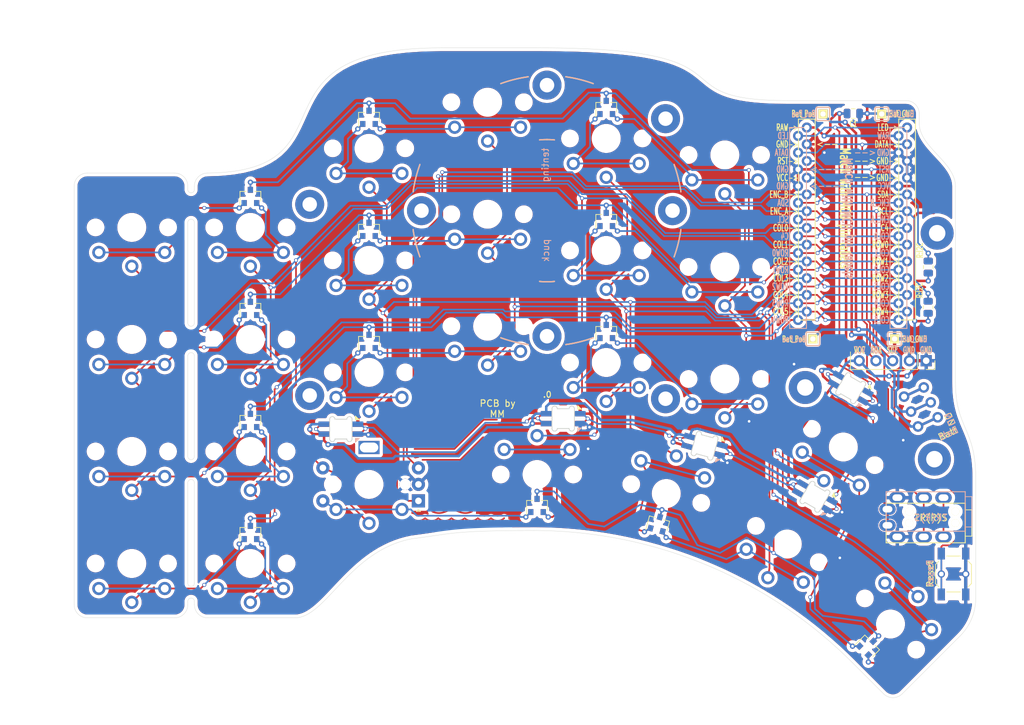
<source format=kicad_pcb>
(kicad_pcb (version 20211014) (generator pcbnew)
  (title_block (title "Hillside52 Keyboard") (date "2021-12-26") (rev "0.1.1-alpha") (company "mmccoyd") (comment 1 "A choc-spaced split keyboard with Ferris column stagger but more thumb and pinky keys."))
  (layers (0 "F.Cu" signal) (31 "B.Cu" signal) (36 "B.SilkS" user "B.Silkscreen") (37 "F.SilkS" user "F.Silkscreen") (38 "B.Mask" user) (39 "F.Mask" user) (44 "Edge.Cuts" user))
  (net 0 "")
  (net 1 "row0")
  (net 2 "col0")
  (net 3 "row1")
  (net 4 "row2")
  (net 5 "col1")
  (net 6 "col2")
  (net 7 "col3")
  (net 8 "row3")
  (net 9 "col4")
  (net 10 "col5")
  (net 11 "GND")
  (net 12 "reset")
  (net 13 "VCC")
  (net 14 "data")
  (net 15 "LED")
  (net 16 "Net-(D1-Pad2)")
  (net 17 "Net-(D2-Pad2)")
  (net 18 "Net-(D3-Pad2)")
  (net 19 "Net-(D4-Pad2)")
  (net 20 "unconnected-(D5-Pad2)")
  (net 21 "SDA")
  (net 22 "SCL")
  (net 23 "unconnected-(J2-PadR2)")
  (net 25 "enc_a")
  (net 26 "enc_b")
  (net 27 "Net-(D7-Pad1)")
  (net 28 "Net-(D7-Pad2)")
  (net 29 "Net-(D8-Pad1)")
  (net 30 "Net-(D8-Pad2)")
  (net 31 "Net-(D9-Pad1)")
  (net 32 "Net-(D9-Pad2)")
  (net 33 "Net-(D13-Pad2)")
  (net 34 "Net-(D13-Pad1)")
  (net 35 "Net-(D11-Pad2)")
  (net 36 "Net-(D11-Pad1)")
  (net 37 "Net-(D14-Pad2)")
  (net 38 "Net-(D14-Pad1)")
  (net 39 "Net-(D10-Pad2)")
  (net 40 "Net-(D10-Pad1)")
  (net 41 "Net-(D12-Pad2)")
  (net 42 "Net-(D12-Pad1)")
  (net 43 "Net-(D15-Pad2)")
  (net 44 "Net-(D15-Pad1)")
  (net 45 "Net-(D17-Pad2)")
  (net 46 "Net-(D17-Pad1)")
  (net 47 "Net-(D18-Pad2)")
  (net 48 "Net-(D18-Pad1)")
  (net 49 "bat+")
  (net 50 "raw")
  (net 51 "VCC_ACC")
  (net 52 "unconnected-(U1-Pad7)")
  (net 53 "row4")
  (net 54 "Net-(K21-Pad2)")
  (net 55 "Net-(K20-Pad2)")
  (net 56 "Net-(D19-Pad1)")
  (net 57 "Net-(D19-Pad2)")
  (footprint "hillside_basic:SK6812-MINI-E" (layer "F.Cu") (at 182.928032 115.138406 -15)
    (fp_text reference "D3")
    (fp_text value "SK6812-MINI-E" hide)
    (fp_line (start -0.9 -1.5) (end 0.9 -1.5) (layer "Edge.Cuts") (width 0.12))
    (fp_line (start 1.7 -1.5) (end 1.7 1.5) (layer "Edge.Cuts") (width 0.12))
    (fp_line (start -1.7 1.5) (end -1.7 -1.5) (layer "Edge.Cuts") (width 0.12))
    (fp_line (start 0.9 1.5) (end -0.9 1.5) (layer "Edge.Cuts") (width 0.12))
    (fp_arc (start -0.9 1.5) (mid -1.3 1.9) (end -1.7 1.5) (layer "Edge.Cuts") (width 0.12))
    (fp_arc (start -1.7 -1.5) (mid -1.3 -1.9) (end -0.9 -1.5) (layer "Edge.Cuts") (width 0.12))
    (fp_arc (start 0.9 -1.5) (mid 1.3 -1.9) (end 1.7 -1.5) (layer "Edge.Cuts") (width 0.12))
    (fp_arc (start 1.7 1.5) (mid 1.3 1.9) (end 0.9 1.5) (layer "Edge.Cuts") (width 0.12))
  )
  (footprint "hillside_basic:SK6812-MINI-E" (layer "F.Cu") (at 127.73 112.61)
    (fp_text reference "D5")
    (fp_text value "SK6812-MINI-E" hide)
    (fp_line (start -1.7 1.5) (end -1.7 -1.5) (layer "Edge.Cuts") (width 0.12))
    (fp_line (start -0.9 -1.5) (end 0.9 -1.5) (layer "Edge.Cuts") (width 0.12))
    (fp_line (start 1.7 -1.5) (end 1.7 1.5) (layer "Edge.Cuts") (width 0.12))
    (fp_line (start 0.9 1.5) (end -0.9 1.5) (layer "Edge.Cuts") (width 0.12))
    (fp_arc (start -1.7 -1.5) (mid -1.3 -1.9) (end -0.9 -1.5) (layer "Edge.Cuts") (width 0.12))
    (fp_arc (start -0.9 1.5) (mid -1.3 1.9) (end -1.7 1.5) (layer "Edge.Cuts") (width 0.12))
    (fp_arc (start 0.9 -1.5) (mid 1.3 -1.9) (end 1.7 -1.5) (layer "Edge.Cuts") (width 0.12))
    (fp_arc (start 1.7 1.5) (mid 1.3 1.9) (end 0.9 1.5) (layer "Edge.Cuts") (width 0.12))
  )
  (footprint "hillside_basic:SK6812-MINI-E" (layer "F.Cu") (at 199.667163 122.878879 -30)
    (fp_text reference "D2")
    (fp_text value "SK6812-MINI-E" hide)
    (fp_line (start -0.9 -1.5) (end 0.9 -1.5) (layer "Edge.Cuts") (width 0.12))
    (fp_line (start -1.7 1.5) (end -1.7 -1.5) (layer "Edge.Cuts") (width 0.12))
    (fp_line (start 1.7 -1.5) (end 1.7 1.5) (layer "Edge.Cuts") (width 0.12))
    (fp_line (start 0.9 1.5) (end -0.9 1.5) (layer "Edge.Cuts") (width 0.12))
    (fp_arc (start 0.9 -1.5) (mid 1.3 -1.9) (end 1.7 -1.5) (layer "Edge.Cuts") (width 0.12))
    (fp_arc (start -1.7 -1.5) (mid -1.3 -1.9) (end -0.9 -1.5) (layer "Edge.Cuts") (width 0.12))
    (fp_arc (start -0.9 1.5) (mid -1.3 1.9) (end -1.7 1.5) (layer "Edge.Cuts") (width 0.12))
    (fp_arc (start 1.7 1.5) (mid 1.3 1.9) (end 0.9 1.5) (layer "Edge.Cuts") (width 0.12))
  )
  (footprint "hillside:MJ-4PP-9" (layer "F.Cu") (at 210.48 126.86 90)
    (fp_text reference "J2")
    (fp_text value "TRRS" hide)
  )
  (footprint "hillside:ProMicro_v2" (layer "F.Cu") (at 206 81.32)
    (fp_text reference "U1" hide)
    (fp_text value "ProMicro_r" hide)
  )
  (footprint "hillside:Pimoroni_Trackball" (layer "F.Cu") (at 208 110.42 180)
    (fp_text reference "H2" hide)
    (fp_text value "Trackball")
  )
  (footprint "hillside:Tenting_Puck" (layer "F.Cu") (at 159.01 79.46)
    (fp_text reference "H1")
    (fp_text value "Mount_Tenting")
  )
  (footprint "hillside:pg1350-DR_rotary" (layer "F.Cu") (at 132 116.5 180)
    (fp_text reference "K22" hide)
    (fp_text value "SW_Rotary")
  )
  (footprint "hillside_basic:VIA-0.8mm" (layer "F.Cu") (at 196.5 102.75)
    (fp_text reference "V2" hide)
    (fp_text value "Via" hide)
  )
  (footprint "hillside_basic:SOT-23" (layer "F.Cu") (at 114 77.3 90)
    (fp_text reference "D7" hide)
    (fp_text value "BAV70" hide)
  )
  (footprint "hillside_basic:SOT-23" (layer "F.Cu") (at 114 111.3 90)
    (fp_text reference "D13" hide)
    (fp_text value "BAV70" hide)
  )
  (footprint "hillside:pg1350-R" (layer "F.Cu") (at 96 116 180)
    (fp_text reference "K13")
    (fp_text value "SW_Key" hide)
  )
  (footprint "hillside:pg1350-R" (layer "F.Cu") (at 114 116 180)
    (fp_text reference "K14")
    (fp_text value "SW_Key" hide)
  )
  (footprint "hillside_basic:SOT-23" (layer "F.Cu") (at 132 65.3 90)
    (fp_text reference "D8" hide)
    (fp_text value "BAV70" hide)
  )
  (footprint "hillside_basic:SOT-23" (layer "F.Cu") (at 114 94.3 90)
    (fp_text reference "D10" hide)
    (fp_text value "BAV70" hide)
  )
  (footprint "hillside:pg1350-R" (layer "F.Cu") (at 96 82 180)
    (fp_text reference "K1")
    (fp_text value "SW_Key" hide)
  )
  (footprint "hillside:pg1350-R" (layer "F.Cu") (at 132 70 180)
    (fp_text reference "K3")
    (fp_text value "SW_Key" hide)
  )
  (footprint "hillside:pg1350-R" (layer "F.Cu") (at 150 63 180)
    (fp_text reference "K4")
    (fp_text value "SW_Key" hide)
  )
  (footprint "hillside:pg1350-R" (layer "F.Cu") (at 114 99 180)
    (fp_text reference "K8")
    (fp_text value "SW_Key" hide)
  )
  (footprint "hillside_basic:SOT-23" (layer "F.Cu") (at 132 82.3 90)
    (fp_text reference "D11" hide)
    (fp_text value "BAV70" hide)
  )
  (footprint "hillside:pg1350-R" (layer "F.Cu") (at 132 87 180)
    (fp_text reference "K9")
    (fp_text value "SW_Key" hide)
  )
  (footprint "hillside:pg1350-R" (layer "F.Cu") (at 150 80 180)
    (fp_text reference "K10")
    (fp_text value "SW_Key" hide)
  )
  (footprint "hillside:pg1350-R" (layer "F.Cu") (at 132 104 180)
    (fp_text reference "K15")
    (fp_text value "SW_Key" hide)
  )
  (footprint "hillside:pg1350-R" (layer "F.Cu") (at 150 97 180)
    (fp_text reference "K16")
    (fp_text value "SW_Key" hide)
  )
  (footprint "hillside_basic:SOT-23" (layer "F.Cu") (at 132 99.3 90)
    (fp_text reference "D14" hide)
    (fp_text value "BAV70" hide)
  )
  (footprint "hillside_basic:SOT-23" (layer "F.Cu") (at 168 63.8 90)
    (fp_text reference "D9" hide)
    (fp_text value "BAV70" hide)
  )
  (footprint "hillside_basic:SOT-23" (layer "F.Cu") (at 168 80.8 90)
    (fp_text reference "D12" hide)
    (fp_text value "BAV70" hide)
  )
  (footprint "hillside_basic:SOT-23" (layer "F.Cu") (at 168 97.8 90)
    (fp_text reference "D15" hide)
    (fp_text value "BAV70" hide)
  )
  (footprint "hillside:pg1350-R" (layer "F.Cu") (at 168 68.5 180)
    (fp_text reference "K5")
    (fp_text value "SW_Key" hide)
  )
  (footprint "hillside:pg1350-R" (layer "F.Cu") (at 186 71 180)
    (fp_text reference "K6")
    (fp_text value "SW_Key" hide)
  )
  (footprint "hillside:pg1350-R" (layer "F.Cu") (at 168 85.5 180)
    (fp_text reference "K11")
    (fp_text value "SW_Key" hide)
  )
  (footprint "hillside:pg1350-R" (layer "F.Cu") (at 186 88 180)
    (fp_text reference "K12")
    (fp_text value "SW_Key" hide)
  )
  (footprint "hillside:pg1350-R" (layer "F.Cu") (at 168 102.5 180)
    (fp_text reference "K17")
    (fp_text value "SW_Key" hide)
  )
  (footprint "hillside:pg1350-R" (layer "F.Cu") (at 186 105 180)
    (fp_text reference "K18")
    (fp_text value "SW_Key" hide)
  )
  (footprint "hillside:pg1350-R" (layer "F.Cu") (at 157.5 119.5)
    (fp_text reference "K23")
    (fp_text value "SW_Key" hide)
  )
  (footprint "hillside:pg1350-R" (layer "F.Cu") (at 114 82 180)
    (fp_text reference "K2")
    (fp_text value "SW_Key" hide)
  )
  (footprint "hillside_basic:SOT-23" (layer "F.Cu") (at 175.893551 126.926517 75)
    (fp_text reference "D18" hide)
    (fp_text value "BAV70" hide)
  )
  (footprint "hillside:pg1350-R" (layer "F.Cu") (at 177.110001 122.386666 -15)
    (fp_text reference "K24")
    (fp_text value "SW_Key" hide)
  )
  (footprint "hillside:pg1350-R" (layer "F.Cu") (at 195.478277 130.04992 150)
    (fp_text reference "K25")
    (fp_text value "SW_Key" hide)
  )
  (footprint "hillside_basic:SOT-23" (layer "F.Cu") (at 207.816946 145.51465 45)
    (fp_text reference "D19" hide)
    (fp_text value "BAV70" hide)
  )
  (footprint "hillside_basic:SOT-23" (layer "F.Cu") (at 157.5 124.2 90)
    (fp_text reference "D17" hide)
    (fp_text value "BAV70" hide)
  )
  (footprint "hillside:pg1350-R" (layer "F.Cu") (at 203.978277 115.327488 150)
    (fp_text reference "K19")
    (fp_text value "SW_Key" hide)
  )
  (footprint "hillside:pg1350-R" (layer "F.Cu") (at 211.140348 142.191248 -45)
    (fp_text reference "K26")
    (fp_text value "SW_Key" hide)
  )
  (footprint "hillside_basic:SK6812-MINI-E" (layer "F.Cu") (at 161.468488 111.015922)
    (fp_text reference "D4")
    (fp_text value "SK6812-MINI-E" hide)
    (fp_line (start 1.7 -1.5) (end 1.7 1.5) (layer "Edge.Cuts") (width 0.12))
    (fp_line (start 0.9 1.5) (end -0.9 1.5) (layer "Edge.Cuts") (width 0.12))
    (fp_line (start -0.9 -1.5) (end 0.9 -1.5) (layer "Edge.Cuts") (width 0.12))
    (fp_line (start -1.7 1.5) (end -1.7 -1.5) (layer "Edge.Cuts") (width 0.12))
    (fp_arc (start 0.9 -1.5) (mid 1.3 -1.9) (end 1.7 -1.5) (layer "Edge.Cuts") (width 0.12))
    (fp_arc (start -0.9 1.5) (mid -1.3 1.9) (end -1.7 1.5) (layer "Edge.Cuts") (width 0.12))
    (fp_arc (start 1.7 1.5) (mid 1.3 1.9) (end 0.9 1.5) (layer "Edge.Cuts") (width 0.12))
    (fp_arc (start -1.7 -1.5) (mid -1.3 -1.9) (end -0.9 -1.5) (layer "Edge.Cuts") (width 0.12))
  )
  (footprint "hillside_basic:SK6812-MINI-E" (layer "F.Cu") (at 205.101456 106.392398 -30)
    (fp_text reference "D1")
    (fp_text value "SK6812-MINI-E" hide)
    (fp_line (start 1.7 -1.5) (end 1.7 1.5) (layer "Edge.Cuts") (width 0.12))
    (fp_line (start -0.9 -1.5) (end 0.9 -1.5) (layer "Edge.Cuts") (width 0.12))
    (fp_line (start 0.9 1.5) (end -0.9 1.5) (layer "Edge.Cuts") (width 0.12))
    (fp_line (start -1.7 1.5) (end -1.7 -1.5) (layer "Edge.Cuts") (width 0.12))
    (fp_arc (start -0.9 1.5) (mid -1.3 1.9) (end -1.7 1.5) (layer "Edge.Cuts") (width 0.12))
    (fp_arc (start -1.7 -1.5) (mid -1.3 -1.9) (end -0.9 -1.5) (layer "Edge.Cuts") (width 0.12))
    (fp_arc (start 0.9 -1.5) (mid 1.3 -1.9) (end 1.7 -1.5) (layer "Edge.Cuts") (width 0.12))
    (fp_arc (start 1.7 1.5) (mid 1.3 1.9) (end 0.9 1.5) (layer "Edge.Cuts") (width 0.12))
  )
  (footprint "hillside_basic:1pin_conn" (layer "F.Cu") (at 209.8 64.79)
    (fp_text reference "J4")
    (fp_text value "Bat_GND")
  )
  (footprint "Jumper:SolderJumper-2_P1.3mm_Bridged_RoundedPad1.0x1.5mm" (layer "F.Cu") (at 218.23 77.78 -90)
    (fp_text reference "JP1")
    (fp_text value "VccJumper")
  )
  (footprint "hillside_basic:R_0805_2012Metric" (layer "F.Cu") (at 216.87 88.02 90)
    (fp_text reference "R2")
    (fp_text value "R:I2C")
  )
  (footprint "hillside:Pimoroni_Haptic" (layer "F.Cu") (at 211.47 91.1275)
    (fp_text reference "J1" hide)
    (fp_text value "Haptic" hide)
  )
  (footprint "hillside_basic:VIA-0.8mm" (layer "F.Cu") (at 213.07 114.29 90)
    (fp_text reference "V3" hide)
    (fp_text value "Via" hide)
  )
  (footprint "hillside_basic:VIA-0.8mm" (layer "F.Cu") (at 203.45 132.15)
    (fp_text reference "V4" hide)
    (fp_text value "Via" hide)
  )
  (footprint "hillside_basic:VIA-0.8mm" (layer "F.Cu") (at 165.25 115.6)
    (fp_text reference "V5" hide)
    (fp_text value "Via" hide)
  )
  (footprint "hillside_basic:C_0805_2012Metric" (layer "F.Cu") (at 205.5 64.72)
    (fp_text reference "C1")
    (fp_text value "4u7")
  )
  (footprint "hillside_basic:SW_SPST_SKQG_WithStem" (layer "F.Cu") (at 220.7 134.6 90)
    (fp_text reference "SW1")
    (fp_text value "Reset")
  )
  (footprint "hillside:pg1350-R" (layer "F.Cu") (at 96 99 180)
    (fp_text reference "K7")
    (fp_text value "SW_Key" hide)
  )
  (footprint "hillside_basic:SW_SPDT_JS202011AQN" (layer "F.Cu") (at 215.75 109.25 -65)
    (fp_text reference "SW2")
    (fp_text value "SW_Power" hide)
  )
  (footprint "hillside:Hillside_Logo" (layer "F.Cu") (at 145.11 118.87)
    (fp_text reference "H3")
    (fp_text value "Logo")
  )
  (footprint "MountingHole:MountingHole_2.2mm_M2_Pad" (layer "F.Cu") (at 123 78.5)
    (fp_text reference "H4")
    (fp_text value "MountHole")
  )
  (footprint "MountingHole:MountingHole_2.2mm_M2_Pad" (layer "F.Cu") (at 123 107.5)
    (fp_text reference "H5")
    (fp_text value "MountHole")
  )
  (footprint "MountingHole:MountingHole_2.2mm_M2_Pad" (layer "F.Cu") (at 177 108)
    (fp_text reference "H6")
    (fp_text value "MountHole")
  )
  (footprint "MountingHole:MountingHole_2.2mm_M2_Pad" (layer "F.Cu") (at 177 65.5)
    (fp_text reference "H7")
    (fp_text value "MountHole")
  )
  (footprint "hillside_basic:R_0805_2012Metric" (layer "F.Cu") (at 216.845 94.12 90)
    (fp_text reference "R1")
    (fp_text value "R:I2C")
  )
  (footprint "hillside_basic:1pin_conn" (layer "F.Cu") (at 200.9 64.79)
    (fp_text reference "J3")
    (fp_text value "Bat_Pos")
  )
  (footprint "hillside_basic:1pin_conn" (layer "F.Cu") (at 199.35 98.92)
    (fp_text reference "J5")
    (fp_text value "Bat_Pos")
  )
  (footprint "hillside_basic:1pin_conn" (layer "F.Cu") (at 211.76 98.92 180)
    (fp_text reference "J6")
    (fp_text value "Bat_GND")
  )
  (footprint "hillside_basic:SOT-23" (layer "F.Cu") (at 114 128.3 90)
    (fp_text reference "D16" hide)
    (fp_text value "BAV70" hide)
  )
  (footprint "hillside:pg1350-R" (layer "F.Cu") (at 114 133 180)
    (fp_text reference "K21")
    (fp_text value "SW_Key" hide)
  )
  (footprint "hillside:pg1350-R" (layer "F.Cu") (at 96 133 180)
    (fp_text reference "K20")
    (fp_text value "SW_Key" hide)
  )
  (footprint "hillside_basic:VIA-0.8mm" (layer "F.Cu") (at 189.68 111.43)
    (fp_text reference "V1" hide)
    (fp_text value "Via" hide)
  )
  (gr_line (start 157.75 54.75) (end 143.01 54.75) (layer "Edge.Cuts") (width 0.05))
  (gr_line (start 221.696144 144.003533) (end 212.945238 152.757324) (layer "Edge.Cuts") (width 0.05))
  (gr_arc (start 212.945238 152.757324) (mid 211.529771 153.363508) (end 210.1 152.79188) (layer "Edge.Cuts") (width 0.05))
  (gr_line (start 205.35 148.04188) (end 210.1 152.79188) (layer "Edge.Cuts") (width 0.05))
  (gr_line (start 87.25 75.75) (end 87.25 139.25) (layer "Edge.Cuts") (width 0.05))
  (gr_line (start 104.5 76.25) (end 104.5 75.75) (layer "Edge.Cuts") (width 0.05))
  (gr_arc (start 213.5 62.75) (mid 214.914214 63.335786) (end 215.5 64.75) (layer "Edge.Cuts") (width 0.05))
  (gr_arc (start 157 128) (mid 183.169636 133.208983) (end 205.35 148.04188) (layer "Edge.Cuts") (width 0.05))
  (gr_line (start 224.075326 138.290747) (end 224.075326 119.966984) (layer "Edge.Cuts") (width 0.05))
  (gr_arc (start 104.5 139.25) (mid 103.914214 140.664214) (end 102.5 141.25) (layer "Edge.Cuts") (width 0.05))
  (gr_arc (start 104.5 101.5) (mid 105 101) (end 105.5 101.5) (layer "Edge.Cuts") (width 0.05))
  (gr_line (start 105.5 101.5) (end 105.5 116.75) (layer "Edge.Cuts") (width 0.05))
  (gr_arc (start 224.075326 138.290747) (mid 223.453907 141.383764) (end 221.696144 144.003533) (layer "Edge.Cuts") (width 0.05))
  (gr_line (start 221 105.51) (end 221 75.795534) (layer "Edge.Cuts") (width 0.05))
  (gr_line (start 104.5 96.5) (end 104.5 81.25) (layer "Edge.Cuts") (width 0.05))
  (gr_curve (pts (xy 195.5 62.75) (xy 175 62.75) (xy 192 54.75) (xy 157.75 54.75)) (layer "Edge.Cuts") (width 0.05))
  (gr_curve (pts (xy 143.01 54.75) (xy 112.5 54.75) (xy 130.5 73.5) (xy 107.5 73.75)) (layer "Edge.Cuts") (width 0.05))
  (gr_line (start 105.5 81.25) (end 105.5 96.5) (layer "Edge.Cuts") (width 0.05))
  (gr_line (start 102.5 73.75) (end 89.25 73.75) (layer "Edge.Cuts") (width 0.05))
  (gr_arc (start 104.5 138.75) (mid 105 138.25) (end 105.5 138.75) (layer "Edge.Cuts") (width 0.05))
  (gr_curve (pts (xy 221 75.795534) (xy 221 72.05) (xy 215.5 69.88) (xy 215.5 66.16)) (layer "Edge.Cuts") (width 0.05))
  (gr_arc (start 104.5 81.25) (mid 105 80.75) (end 105.5 81.25) (layer "Edge.Cuts") (width 0.05))
  (gr_arc (start 105.5 76.25) (mid 105 76.75) (end 104.5 76.25) (layer "Edge.Cuts") (width 0.05))
  (gr_line (start 104.5 139.25) (end 104.5 138.75) (layer "Edge.Cuts") (width 0.05))
  (gr_line (start 102.5 141.25) (end 89.25 141.25) (layer "Edge.Cuts") (width 0.05))
  (gr_line (start 104.5 136) (end 104.5 120.75) (layer "Edge.Cuts") (width 0.05))
  (gr_arc (start 89.25 141.25) (mid 87.835786 140.664214) (end 87.25 139.25) (layer "Edge.Cuts") (width 0.05))
  (gr_line (start 215.5 64.75) (end 215.5 66.16) (layer "Edge.Cuts") (width 0.05))
  (gr_curve (pts (xy 138.53 129.25) (xy 129 131) (xy 125.5 141.25) (xy 120.75 141.25)) (layer "Edge.Cuts") (width 0.05))
  (gr_curve (pts (xy 224.075326 119.966984) (xy 224.075326 112.5) (xy 221 112.5) (xy 221 105.51)) (layer "Edge.Cuts") (width 0.05))
  (gr_arc (start 102.5 73.75) (mid 103.914214 74.335786) (end 104.5 75.75) (layer "Edge.Cuts") (width 0.05))
  (gr_arc (start 105.5 136) (mid 105 136.5) (end 104.5 136) (layer "Edge.Cuts") (width 0.05))
  (gr_line (start 104.5 116.75) (end 104.5 101.5) (layer "Edge.Cuts") (width 0.05))
  (gr_arc (start 105.5 75.75) (mid 106.085786 74.335786) (end 107.5 73.75) (layer "Edge.Cuts") (width 0.05))
  (gr_line (start 105.5 120.75) (end 105.5 136) (layer "Edge.Cuts") (width 0.05))
  (gr_line (start 120.75 141.25) (end 107.5 141.25) (layer "Edge.Cuts") (width 0.05))
  (gr_line (start 105.5 138.75) (end 105.5 139.25) (layer "Edge.Cuts") (width 0.05))
  (gr_line (start 105.5 76.25) (end 105.5 75.75) (layer "Edge.Cuts") (width 0.05))
  (gr_curve (pts (xy 157 128) (xy 144.5 128) (xy 144.5 128.5) (xy 138.53 129.25)) (layer "Edge.Cuts") (width 0.05))
  (gr_arc (start 104.5 120.75) (mid 105 120.25) (end 105.5 120.75) (layer "Edge.Cuts") (width 0.05))
  (gr_line (start 213.5 62.75) (end 195.5 62.75) (layer "Edge.Cuts") (width 0.05))
  (gr_arc (start 105.5 96.5) (mid 105 97) (end 104.5 96.5) (layer "Edge.Cuts") (width 0.05))
  (gr_arc (start 105.5 116.75) (mid 105 117.25) (end 104.5 116.75) (layer "Edge.Cuts") (width 0.05))
  (gr_arc (start 107.5 141.25) (mid 106.085786 140.664214) (end 105.5 139.25) (layer "Edge.Cuts") (width 0.05))
  (gr_arc (start 87.25 75.75) (mid 87.835786 74.335786) (end 89.25 73.75) (layer "Edge.Cuts") (width 0.05))
  (gr_text "Hillside52 0.1" (at 150 106.9) (layer "F.Cu") (effects (font (size 1.8 1.6) (thickness 0.24))))
  (gr_text ".0" (at 158.31 107.37) (layer "F.SilkS") (effects (font (size 0.9 0.9) (thickness 0.153)) (justify left)))
  (gr_text "PCB by\n  MM" (at 148.7 109.51) (layer "F.SilkS") (effects (font (size 1 1) (thickness 0.153)) (justify left)))
  (segment (start 189.639998 84.239998) (end 191.292 85.892) (width 0.254) (layer "F.Cu") (net 1))
  (segment (start 200.068004 85.892) (end 200.070004 85.89) (width 0.254) (layer "F.Cu") (net 1))
  (segment (start 197.11 85.892) (end 200.068004 85.892) (width 0.254) (layer "F.Cu") (net 1))
  (segment (start 191.292 85.892) (end 197.11 85.892) (width 0.254) (layer "F.Cu") (net 1))
  (segment (start 189.639998 73.299998) (end 189.639998 84.239998) (width 0.254) (layer "F.Cu") (net 1))
  (via (at 189.639998 73.299998) (size 0.6) (drill 0.4) (layers "F.Cu" "B.Cu") (net 1))
  (via (at 200.070004 85.89) (size 0.6) (drill 0.4) (layers "F.Cu" "B.Cu") (net 1))
  (segment (start 130.16 63.15) (end 118.16 75.15) (width 0.254) (layer "B.Cu") (net 1))
  (segment (start 138.282999 65.472999) (end 135.96 63.15) (width 0.254) (layer "B.Cu") (net 1))
  (segment (start 201.338004 84.622) (end 200.070004 85.89) (width 0.254) (layer "B.Cu") (net 1))
  (segment (start 165.32 61.55) (end 161.397001 65.472999) (width 0.254) (layer "B.Cu") (net 1))
  (segment (start 189.639996 73.3) (end 181.02 73.3) (width 0.254) (layer "B.Cu") (net 1))
  (segment (start 169.37 61.65) (end 168 61.65) (width 0.254) (layer "B.Cu") (net 1))
  (segment (start 161.397001 65.472999) (end 138.282999 65.472999) (width 0.254) (layer "B.Cu") (net 1))
  (segment (start 189.639998 73.299998) (end 189.639996 73.3) (width 0.254) (layer "B.Cu") (net 1))
  (segment (start 118.16 75.15) (end 114 75.15) (width 0.254) (layer "B.Cu") (net 1))
  (segment (start 213.6564 84.622) (end 201.338004 84.622) (width 0.254) (layer "B.Cu") (net 1))
  (segment (start 168 61.65) (end 167.9 61.55) (width 0.254) (layer "B.Cu") (net 1))
  (segment (start 181.02 73.3) (end 169.37 61.65) (width 0.254) (layer "B.Cu") (net 1))
  (segment (start 135.96 63.15) (end 132 63.15) (width 0.254) (layer "B.Cu") (net 1))
  (segment (start 167.9 61.55) (end 165.32 61.55) (width 0.254) (layer "B.Cu") (net 1))
  (segment (start 132 63.15) (end 130.16 63.15) (width 0.254) (layer "B.Cu") (net 1))
  (segment (start 132 126.9) (end 129.25 124.15) (width 0.254) (layer "F.Cu") (net 2))
  (segment (start 106.8 97.7) (end 107 97.7) (width 0.254) (layer "F.Cu") (net 2))
  (segment (start 99.3 91.2) (end 96 87.9) (width 0.254) (layer "F.Cu") (net 2))
  (segment (start 99.3 97.5) (end 99.3 91.2) (width 0.254) (layer "F.Cu") (net 2))
  (segment (start 96 121.9) (end 99.25 125.15) (width 0.254) (layer "F.Cu") (net 2))
  (segment (start 129.25 121.75) (end 126.75 119.25) (width 0.254) (layer "F.Cu") (net 2))
  (segment (start 99.21 108.11) (end 96 104.9) (width 0.254) (layer "F.Cu") (net 2))
  (segment (start 99.25 135.65) (end 96 138.9) (width 0.254) (layer "F.Cu") (net 2))
  (segment (start 120.92 105.9) (end 120.3 106.52) (width 0.254) (layer "F.Cu") (net 2))
  (segment (start 99.25 125.15) (end 99.25 135.65) (width 0.254) (layer "F.Cu") (net 2))
  (segment (start 96 121.9) (end 99.21 118.69) (width 0.254) (layer "F.Cu") (net 2))
  (segment (start 99.5 97.7) (end 106.8 97.7) (width 0.254) (layer "F.Cu") (net 2))
  (segment (start 120.3 113.8) (end 125 118.5) (width 0.254) (layer "F.Cu") (net 2))
  (segment (start 99.21 118.69) (end 99.21 108.11) (width 0.254) (layer "F.Cu") (net 2))
  (segment (start 198.4364 82.082) (end 199.972 82.082) (width 0.254) (layer "F.Cu") (net 2))
  (segment (start 99.3 97.5) (end 99.5 97.7) (width 0.254) (layer "F.Cu") (net 2))
  (segment (start 96 104.9) (end 99.3 101.6) (width 0.254) (layer "F.Cu") (net 2))
  (segment (start 199.972 82.082) (end 201.24 83.35) (width 0.254) (layer "F.Cu") (net 2))
  (segment (start 126.75 119.25) (end 125 118.5) (width 0.254) (layer "F.Cu") (net 2))
  (segment (start 99.3 101.6) (end 99.3 97.5) (width 0.254) (layer "F.Cu") (net 2))
  (segment (start 129.25 124.15) (end 129.25 121.75) (width 0.254) (layer "F.Cu") (net 2))
  (segment (start 120.3 106.52) (end 120.3 113.8) (width 0.254) (layer "F.Cu") (net 2))
  (segment (start 120.92 86.99) (end 120.92 105.9) (width 0.254) (layer "F.Cu") (net 2))
  (via (at 120.92 86.99) (size 0.6) (drill 0.4) (layers "F.Cu" "B.Cu") (net 2))
  (via (at 107 97.7) (size 0.6) (drill 0.4) (layers "F.Cu" "B.Cu") (net 2))
  (via (at 201.24 83.35) (size 0.6) (drill 0.4) (layers "F.Cu" "B.Cu") (net 2))
  (segment (start 134.57 78.72) (end 138.35 74.94) (width 0.254) (layer "B.Cu") (net 2))
  (segment (start 176.957854 82.85648) (end 192.19352 82.85648) (width 0.254) (layer "B.Cu") (net 2))
  (segment (start 201.242 83.352) (end 201.24 83.35) (width 0.254) (layer "B.Cu") (net 2))
  (segment (start 129.21 78.72) (end 134.57 78.72) (width 0.254) (layer "B.Cu") (net 2))
  (segment (start 138.35 74.94) (end 162.31 74.94) (width 0.254) (layer "B.Cu") (net 2))
  (segment (start 192.968 82.082) (end 198.4364 82.082) (width 0.254) (layer "B.Cu") (net 2))
  (segment (start 117.42 90.5) (end 114.2 90.5) (width 0.254) (layer "B.Cu") (net 2))
  (segment (start 171.051374 76.95) (end 176.957854 82.85648) (width 0.254) (layer "B.Cu") (net 2))
  (segment (start 120.92 86.99) (end 120.94 86.99) (width 0.254) (layer "B.Cu") (net 2))
  (segment (start 212.35 83.352) (end 201.242 83.352) (width 0.254) (layer "B.Cu") (net 2))
  (segment (start 120.92 87) (end 117.42 90.5) (width 0.254) (layer "B.Cu") (net 2))
  (segment (start 120.94 86.99) (end 129.21 78.72) (width 0.254) (layer "B.Cu") (net 2))
  (segment (start 120.92 86.99) (end 120.92 87) (width 0.254) (layer "B.Cu") (net 2))
  (segment (start 162.31 74.94) (end 164.32 76.95) (width 0.254) (layer "B.Cu") (net 2))
  (segment (start 192.19352 82.85648) (end 192.968 82.082) (width 0.254) (layer "B.Cu") (net 2))
  (segment (start 164.32 76.95) (end 171.051374 76.95) (width 0.254) (layer "B.Cu") (net 2))
  (segment (start 114.2 90.5) (end 107 97.7) (width 0.254) (layer "B.Cu") (net 2))
  (segment (start 193.828 88.432) (end 197.11 88.432) (width 0.254) (layer "F.Cu") (net 3))
  (segment (start 197.11 88.432) (end 200.002 88.432) (width 0.254) (layer "F.Cu") (net 3))
  (segment (start 191.92 90.34) (end 193.828 88.432) (width 0.254) (layer "F.Cu") (net 3))
  (via (at 191.92 90.34) (size 0.6) (drill 0.4) (layers "F.Cu" "B.Cu") (net 3))
  (via (at 200.002 88.432) (size 0.6) (drill 0.4) (layers "F.Cu" "B.Cu") (net 3))
  (segment (start 213.6564 87.162) (end 201.272 87.162) (width 0.254) (layer "B.Cu") (net 3))
  (segment (start 118.48 92.15) (end 114 92.15) (width 0.254) (layer "B.Cu") (net 3))
  (segment (start 168 78.65) (end 167.99 78.64) (width 0.254) (layer "B.Cu") (net 3))
  (segment (start 167.99 78.64) (end 163.353796 78.64) (width 0.254) (layer "B.Cu") (net 3))
  (segment (start 132 80.15) (end 130.48 80.15) (width 0.254) (layer "B.Cu") (net 3))
  (segment (start 163.353796 78.64) (end 160.713796 76) (width 0.254) (layer "B.Cu") (net 3))
  (segment (start 201.272 87.162) (end 200.002 88.432) (width 0.254) (layer "B.Cu") (net 3))
  (segment (start 169.1 78.65) (end 168 78.65) (width 0.254) (layer "B.Cu") (net 3))
  (segment (start 180.79 90.34) (end 169.1 78.65) (width 0.254) (layer "B.Cu") (net 3))
  (segment (start 135.17 80.15) (end 132 80.15) (width 0.254) (layer "B.Cu") (net 3))
  (segment (start 130.48 80.15) (end 118.48 92.15) (width 0.254) (layer "B.Cu") (net 3))
  (segment (start 139.32 76) (end 135.17 80.15) (width 0.254) (layer "B.Cu") (net 3))
  (segment (start 191.92 90.34) (end 180.79 90.34) (width 0.254) (layer "B.Cu") (net 3))
  (segment (start 160.713796 76) (end 139.32 76) (width 0.254) (layer "B.Cu") (net 3))
  (segment (start 194.25 95.25) (end 194.25 92.47) (width 0.254) (layer "F.Cu") (net 4))
  (segment (start 199.982002 90.972) (end 200.000002 90.99) (width 0.254) (layer "F.Cu") (net 4))
  (segment (start 197.11 90.972) (end 199.982002 90.972) (width 0.254) (layer "F.Cu") (net 4))
  (segment (start 194.25 92.47) (end 195.748 90.972) (width 0.254) (layer "F.Cu") (net 4))
  (segment (start 195.748 90.972) (end 197.11 90.972) (width 0.254) (layer "F.Cu") (net 4))
  (via (at 200.000002 90.99) (size 0.6) (drill 0.4) (layers "F.Cu" "B.Cu") (net 4))
  (via (at 194.25 95.25) (size 0.6) (drill 0.4) (layers "F.Cu" "B.Cu") (net 4))
  (segment (start 213.6564 89.702) (end 201.288002 89.702) (width 0.254) (layer "B.Cu") (net 4))
  (segment (start 194.25 95.25) (end 194.25 95.5) (width 0.254) (layer "B.Cu") (net 4))
  (segment (start 132 97.15) (end 141.46 97.15) (width 0.254) (layer "B.Cu") (net 4))
  (segment (start 152.173479 94.923479) (end 152.9 95.65) (width 0.254) (layer "B.Cu") (net 4))
  (segment (start 152.9 95.65) (end 168 95.65) (width 0.254) (layer "B.Cu") (net 4))
  (segment (start 143.686521 94.923479) (end 152.173479 94.923479) (width 0.254) (layer "B.Cu") (net 4))
  (segment (start 201.288002 89.702) (end 200.000002 90.99) (width 0.254) (layer "B.Cu") (net 4))
  (segment (start 192 97.75) (end 171.52 97.75) (width 0.254) (layer "B.Cu") (net 4))
  (segment (start 194.25 95.5) (end 192 97.75) (width 0.254) (layer "B.Cu") (net 4))
  (segment (start 128.18 97.15) (end 132 97.15) (width 0.254) (layer "B.Cu") (net 4))
  (segment (start 171.52 97.75) (end 169.43 95.66) (width 0.254) (layer "B.Cu") (net 4))
  (segment (start 169.43 95.66) (end 168.01 95.66) (width 0.254) (layer "B.Cu") (net 4))
  (segment (start 114 109.15) (end 116.18 109.15) (width 0.254) (layer "B.Cu") (net 4))
  (segment (start 168.01 95.66) (end 168 95.65) (width 0.254) (layer "B.Cu") (net 4))
  (segment (start 141.46 97.15) (end 143.686521 94.923479) (width 0.254) (layer "B.Cu") (net 4))
  (segment (start 116.18 109.15) (end 128.18 97.15) (width 0.254) (layer "B.Cu") (net 4))
  (segment (start 117.08 101.82) (end 114 104.9) (width 0.254) (layer "F.Cu") (net 5))
  (segment (start 117.08 92.99) (end 117.08 91.05) (width 0.254) (layer "F.Cu") (net 5))
  (segment (start 164.326511 107.516511) (end 166.61 109.8) (width 0.254) (layer "F.Cu") (net 5))
  (segment (start 114 121.9) (end 117 124.9) (width 0.254) (layer "F.Cu") (net 5))
  (segment (start 116.98 118.92) (end 116.98 107.88) (width 0.254) (layer "F.Cu") (net 5))
  (segment (start 166.61 109.8) (end 166.61 113.05) (width 0.254) (layer "F.Cu") (net 5))
  (segment (start 117.08 93.01) (end 117.08 101.82) (width 0.254) (layer "F.Cu") (net 5))
  (segment (start 117 135.9) (end 114 138.9) (width 0.254) (layer "F.Cu") (net 5))
  (segment (start 117 124.9) (end 117 135.9) (width 0.254) (layer "F.Cu") (net 5))
  (segment (start 199.901998 84.622) (end 201.17 85.890002) (width 0.254) (layer "F.Cu") (net 5))
  (segment (start 114 121.9) (end 116.98 118.92) (width 0.254) (layer "F.Cu") (net 5))
  (segment (start 117.08 91.05) (end 114.02 87.99) (width 0.254) (layer "F.Cu") (net 5))
  (segment (start 166.61 113.05) (end 166.2 113.46) (width 0.254) (layer "F.Cu") (net 5))
  (segment (start 117.07 93) (end 117.08 93.01) (width 0.254) (layer "F.Cu") (net 5))
  (segment (start 116.98 107.88) (end 114 104.9) (width 0.254) (layer "F.Cu") (net 5))
  (segment (start 117.07 93) (end 117.08 92.99) (width 0.254) (layer "F.Cu") (net 5))
  (segment (start 164.326511 88.75054) (end 164.326511 107.516511) (width 0.254) (layer "F.Cu") (net 5))
  (segment (start 198.4364 84.622) (end 199.901998 84.622) (width 0.254) (layer "F.Cu") (net 5))
  (segment (start 164.32 77.5765) (end 164.32 88.744029) (width 0.254) (layer "F.Cu") (net 5))
  (segment (start 164.32 88.744029) (end 164.326511 88.75054) (width 0.254) (layer "F.Cu") (net 5))
  (via (at 201.17 85.890002) (size 0.6) (drill 0.4) (layers "F.Cu" "B.Cu") (net 5))
  (via (at 117.08 91.1265) (size 0.6) (drill 0.4) (layers "F.Cu" "B.Cu") (net 5))
  (via (at 164.32 77.5765) (size 0.6) (drill 0.4) (layers "F.Cu" "B.Cu") (net 5))
  (via (at 166.2 113.46) (size 0.6) (drill 0.4) (layers "F.Cu" "B.Cu") (net 5))
  (segment (start 166.06 113.6) (end 166.2 113.46) (width 0.254) (layer "B.Cu") (net 5))
  (segment (start 157.5 113.6) (end 166.06 113.6) (width 0.254) (layer "B.Cu") (net 5))
  (segment (start 129.62648 79.17352) (end 134.757854 79.17352) (width 0.254) (layer "B.Cu") (net 5))
  (segment (start 164.308626 77.58) (end 171.04 77.58) (width 0.254) (layer "B.Cu") (net 5))
  (segment (start 192.03 83.31) (end 193.342 84.622) (width 0.254) (layer "B.Cu") (net 5))
  (segment (start 212.35 85.892) (end 201.171998 85.892) (width 0.254) (layer "B.Cu") (net 5))
  (segment (start 117.6735 91.1265) (end 129.62648 79.17352) (width 0.254) (layer "B.Cu") (net 5))
  (segment (start 176.77 83.31) (end 192.03 83.31) (width 0.254) (layer "B.Cu") (net 5))
  (segment (start 134.757854 79.17352) (end 138.537854 75.39352) (width 0.254) (layer "B.Cu") (net 5))
  (segment (start 138.537854 75.39352) (end 162.122146 75.39352) (width 0.254) (layer "B.Cu") (net 5))
  (segment (start 201.171998 85.892) (end 201.17 85.890002) (width 0.254) (layer "B.Cu") (net 5))
  (segment (start 193.342 84.622) (end 198.4364 84.622) (width 0.254) (layer "B.Cu") (net 5))
  (segment (start 117.08 91.1265) (end 117.6735 91.1265) (width 0.254) (layer "B.Cu") (net 5))
  (segment (start 162.122146 75.39352) (end 164.308626 77.58) (width 0.254) (layer "B.Cu") (net 5))
  (segment (start 171.04 77.58) (end 176.77 83.31) (width 0.254) (layer "B.Cu") (net 5))
  (segment (start 132 109.9) (end 134.79 107.11) (width 0.254) (layer "F.Cu") (net 6))
  (segment (start 171.673489 93.323489) (end 171.673489 112.423489) (width 0.254) (layer "F.Cu") (net 6))
  (segment (start 134.79 95.69) (end 132 92.9) (width 0.254) (layer "F.Cu") (net 6))
  (segment (start 134.79 107.11) (end 134.79 95.69) (width 0.254) (layer "F.Cu") (net 6))
  (segment (start 134.7 78.6) (end 132 75.9) (width 0.254) (layer "F.Cu") (net 6))
  (segment (start 171.673489 112.423489) (end 171.72 112.47) (width 0.254) (layer "F.Cu") (net 6))
  (segment (start 198.4364 87.162) (end 199.892 87.162) (width 0.254) (layer "F.Cu") (net 6))
  (segment (start 199.892 87.162) (end 201.16 88.43) (width 0.254) (layer "F.Cu") (net 6))
  (segment (start 171.67 93.32) (end 171.673489 93.323489) (width 0.254) (layer "F.Cu") (net 6))
  (segment (start 132 92.9) (end 134.7 90.2) (width 0.254) (layer "F.Cu") (net 6))
  (segment (start 134.7 90.2) (end 134.7 78.6) (width 0.254) (layer "F.Cu") (net 6))
  (segment (start 171.72 112.47) (end 178.637033 116.687704) (width 0.254) (layer "F.Cu") (net 6))
  (via (at 171.67 93.32) (size 0.6) (drill 0.4) (layers "F.Cu" "B.Cu") (net 6))
  (via (at 201.16 88.43) (size 0.6) (drill 0.4) (layers "F.Cu" "B.Cu") (net 6))
  (via (at 134.1 95) (size 0.6) (drill 0.4) (layers "F.Cu" "B.Cu") (net 6))
  (segment (start 201.162 88.432) (end 201.16 88.43) (width 0.254) (layer "B.Cu") (net 6))
  (segment (start 193.6 88.3) (end 194.738 87.162) (width 0.254) (layer "B.Cu") (net 6))
  (segment (start 184.889259 95.226511) (end 190.114863 95.226511) (width 0.254) (layer "B.Cu") (net 6))
  (segment (start 212.35 88.432) (end 201.162 88.432) (width 0.254) (layer "B.Cu") (net 6))
  (segment (start 194.738 87.162) (end 198.4364 87.162) (width 0.254) (layer "B.Cu") (net 6))
  (segment (start 182.982748 93.32) (end 184.889259 95.226511) (width 0.254) (layer "B.Cu") (net 6))
  (segment (start 193.6 91.741374) (end 193.6 88.3) (width 0.254) (layer "B.Cu") (net 6))
  (segment (start 190.114863 95.226511) (end 193.6 91.741374) (width 0.254) (layer "B.Cu") (net 6))
  (segment (start 171.67 93.32) (end 182.982748 93.32) (width 0.254) (layer "B.Cu") (net 6))
  (segment (start 135.78 93.32) (end 171.67 93.32) (width 0.254) (layer "B.Cu") (net 6))
  (segment (start 134.1 95) (end 135.78 93.32) (width 0.254) (layer "B.Cu") (net 6))
  (segment (start 150 85.9) (end 152.95 82.95) (width 0.254) (layer "F.Cu") (net 7))
  (segment (start 154.11 98.79) (end 150 102.9) (width 0.254) (layer "F.Cu") (net 7))
  (segment (start 152.95 71.85) (end 150 68.9) (width 0.254) (layer "F.Cu") (net 7))
  (segment (start 154.11 90.01) (end 150 85.9) (width 0.254) (layer "F.Cu") (net 7))
  (segment (start 192.77 133.71) (end 192.528277 135.15947) (width 0.254) (layer "F.Cu") (net 7))
  (segment (start 198.4364 89.702) (end 199.891998 89.702) (width 0.254) (layer "F.Cu") (net 7))
  (segment (start 192.77 96.21) (end 192.77 133.71) (width 0.254) (layer "F.Cu") (net 7))
  (segment (start 154.11 94.89) (end 154.11 98.79) (width 0.254) (layer "F.Cu") (net 7))
  (segment (start 191.43 94.87) (end 192.77 96.21) (width 0.254) (layer "F.Cu") (net 7))
  (segment (start 199.891998 89.702) (end 201.16 90.970002) (width 0.254) (layer "F.Cu") (net 7))
  (segment (start 152.95 82.95) (end 152.95 71.85) (width 0.254) (layer "F.Cu") (net 7))
  (segment (start 154.11 94.87) (end 154.11 90.01) (width 0.254) (layer "F.Cu") (net 7))
  (via (at 154.11 94.0465) (size 0.6) (drill 0.4) (layers "F.Cu" "B.Cu") (net 7))
  (via (at 191.43 94.87) (size 0.6) (drill 0.4) (layers "F.Cu" "B.Cu") (net 7))
  (via (at 201.16 90.970002) (size 0.6) (drill 0.4) (layers "F.Cu" "B.Cu") (net 7))
  (segment (start 212.35 90.972) (end 201.161998 90.972) (width 0.254) (layer "B.Cu") (net 7))
  (segment (start 201.161998 90.972) (end 201.16 90.970002) (width 0.254) (layer "B.Cu") (net 7))
  (segment (start 184.701405 95.680031) (end 183.021374 94) (width 0.254) (layer "B.Cu") (net 7))
  (segment (start 183.021374 94) (end 154.1565 94) (width 0.254) (layer "B.Cu") (net 7))
  (segment (start 191.43 94.87) (end 190.619969 95.680031) (width 0.254) (layer "B.Cu") (net 7))
  (segment (start 191.43 94.87) (end 194.828 91.472) (width 0.254) (layer "B.Cu") (net 7))
  (segment (start 195.398 89.702) (end 198.4364 89.702) (width 0.254) (layer "B.Cu") (net 7))
  (segment (start 194.828 91.472) (end 194.828 90.272) (width 0.254) (layer "B.Cu") (net 7))
  (segment (start 154.1565 94) (end 154.11 94.0465) (width 0.254) (layer "B.Cu") (net 7))
  (segment (start 190.619969 95.680031) (end 184.701405 95.680031) (width 0.254) (layer "B.Cu") (net 7))
  (segment (start 194.828 90.272) (end 195.398 89.702) (width 0.254) (layer "B.Cu") (net 7))
  (segment (start 197.11 93.512) (end 199.988 93.512) (width 0.254) (layer "F.Cu") (net 8))
  (segment (start 117.673489 106.576511) (end 117.673489 125.423489) (width 0.254) (layer "F.Cu") (net 8))
  (segment (start 117.673489 125.423489) (end 117.75 125.5) (width 0.254) (layer "F.Cu") (net 8))
  (segment (start 118 106.25) (end 117.673489 106.576511) (width 0.254) (layer "F.Cu") (net 8))
  (segment (start 199.988 93.512) (end 200.01 93.49) (width 0.254) (layer "F.Cu") (net 8))
  (via (at 118 106.25) (size 0.6) (drill 0.4) (layers "F.Cu" "B.Cu") (net 8))
  (via (at 200.01 93.49) (size 0.6) (drill 0.4) (layers "F.Cu" "B.Cu") (net 8))
  (via (at 117.75 125.5) (size 0.6) (drill 0.4) (layers "F.Cu" "B.Cu") (net 8))
  (segment (start 213.6564 92.242) (end 201.258 92.242) (width 0.254) (layer "B.Cu") (net 8))
  (segment (start 194.988 93.512) (end 194.25 94.25) (width 0.254) (layer "B.Cu") (net 8))
  (segment (start 117.1 126.15) (end 114 126.15) (width 0.254) (layer "B.Cu") (net 8))
  (segment (start 152.361333 94.469959) (end 143.280041 94.469959) (width 0.254) (layer "B.Cu") (net 8))
  (segment (start 191.25 97.25) (end 191 97.25) (width 0.254) (layer "B.Cu") (net 8))
  (segment (start 197.11 93.512) (end 194.988 93.512) (width 0.254) (layer "B.Cu") (net 8))
  (segment (start 141.25 96.5) (end 141.173489 96.423489) (width 0.254) (layer "B.Cu") (net 8))
  (segment (start 201.258 92.242) (end 200.01 93.49) (width 0.254) (layer "B.Cu") (net 8))
  (segment (start 194.25 94.25) (end 191.25 97.25) (width 0.254) (layer "B.Cu") (net 8))
  (segment (start 141.173489 96.423489) (end 127.826511 96.423489) (width 0.254) (layer "B.Cu") (net 8))
  (segment (start 143.280041 94.469959) (end 141.25 96.5) (width 0.254) (layer "B.Cu") (net 8))
  (segment (start 170.75 96.25) (end 169.25 94.75) (width 0.254) (layer "B.Cu") (net 8))
  (segment (start 169.25 94.75) (end 169 94.75) (width 0.254) (layer "B.Cu") (net 8))
  (segment (start 117.75 125.5) (end 117.1 126.15) (width 0.254) (layer "B.Cu") (net 8))
  (segment (start 171.75 97.25) (end 170.75 96.25) (width 0.254) (layer "B.Cu") (net 8))
  (segment (start 127.826511 96.423489) (end 126.25 98) (width 0.254) (layer "B.Cu") (net 8))
  (segment (start 169 94.75) (end 152.641374 94.75) (width 0.254) (layer "B.Cu") (net 8))
  (segment (start 152.641374 94.75) (end 152.361333 94.469959) (width 0.254) (layer "B.Cu") (net 8))
  (segment (start 191 97.25) (end 171.75 97.25) (width 0.254) (layer "B.Cu") (net 8))
  (segment (start 126.25 98) (end 118 106.25) (width 0.254) (layer "B.Cu") (net 8))
  (segment (start 192.41 94.94) (end 193.22352 95.75352) (width 0.254) (layer "F.Cu") (net 9))
  (segment (start 171.046989 94.73) (end 171.045999 94.73099) (width 0.254) (layer "F.Cu") (net 9))
  (segment (start 168 91.4) (end 171.18 88.22) (width 0.254) (layer "F.Cu") (net 9))
  (segment (start 171.046989 94.73) (end 171.046989 94.446989) (width 0.254) (layer "F.Cu") (net 9))
  (segment (start 198.4364 92.242) (end 200.002 92.242) (width 0.254) (layer "F.Cu") (net 9))
  (segment (start 171.18 77.58) (end 168 74.4) (width 0.254) (layer "F.Cu") (net 9))
  (segment (start 171.045999 105.354001) (end 168 108.4) (width 0.254) (layer "F.Cu") (net 9))
  (segment (start 171.045999 94.73099) (end 171.045999 105.354001) (width 0.254) (layer "F.Cu") (net 9))
  (segment (start 171.18 88.22) (end 171.18 77.58) (width 0.254) (layer "F.Cu") (net 9))
  (segment (start 193.22352 95.75352) (end 193.22352 122.39702) (width 0.254) (layer "F.Cu") (net 9))
  (segment (start 193.22352 122.39702) (end 193.3965 122.57) (width 0.254) (layer "F.Cu") (net 9))
  (segment (start 171.046989 94.446989) (end 168 91.4) (width 0.254) (layer "F.Cu") (net 9))
  (segment (start 200.002 92.242) (end 201.28 93.52) (width 0.254) (layer "F.Cu") (net 9))
  (via (at 201.28 93.52) (size 0.6) (drill 0.4) (layers "F.Cu" "B.Cu") (net 9))
  (via (at 171.046989 94.73) (size 0.6) (drill 0.4) (layers "F.Cu" "B.Cu") (net 9))
  (via (at 193.3965 122.57) (size 0.6) (drill 0.4) (layers "F.Cu" "B.Cu") (net 9))
  (via (at 192.41 94.94) (size 0.6) (drill 0.4) (layers "F.Cu" "B.Cu") (net 9))
  (segment (start 192.41 94.94) (end 191.216449 96.133551) (width 0.254) (layer "B.Cu") (net 9))
  (segment (start 209.48 132.64) (end 215.312278 138.019318) (width 0.254) (layer "B.Cu") (net 9))
  (segment (start 195.108 92.242) (end 198.4364 92.242) (width 0.254) (layer "B.Cu") (net 9))
  (segment (start 193.3965 122.57) (end 205.69 129.71) (width 0.254) (layer "B.Cu") (net 9))
  (segment (start 183.12 94.74) (end 171.056989 94.74) (width 0.254) (layer "B.Cu") (net 9))
  (segment (start 191.216449 96.133551) (end 184.513551 96.133551) (width 0.254) (layer "B.Cu") (net 9))
  (segment (start 192.41 94.94) (end 195.108 92.242) (width 0.254) (layer "B.Cu") (net 9))
  (segment (start 171.056989 94.74) (end 171.046989 94.73) (width 0.254) (layer "B.Cu") (net 9))
  (segment (start 205.69 129.71) (end 209.48 132.64) (width 0.254) (layer "B.Cu") (net 9))
  (segment (start 212.35 93.512) (end 201.288 93.512) (width 0.254) (layer "B.Cu") (net 9))
  (segment (start 201.288 93.512) (end 201.28 93.52) (width 0.254) (layer "B.Cu") (net 9))
  (segment (start 184.513551 96.133551) (end 183.12 94.74) (width 0.254) (layer "B.Cu") (net 9))
  (segment (start 189.05 90.85) (end 189.05 79.95) (width 0.254) (layer "F.Cu") (net 10))
  (segment (start 198.4364 94.782) (end 200.002 94.782) (width 0.254) (layer "F.Cu") (net 10))
  (segment (start 193.67704 116.00054) (end 193.9765 116.3) (width 0.254) (layer "F.Cu") (net 10))
  (segment (start 193.85002 97.75) (end 193.67704 97.92298) (width 0.254) (layer "F.Cu") (net 10))
  (segment (start 189.24 107.66) (end 186 110.9) (width 0.254) (layer "F.Cu") (net 10))
  (segment (start 186 93.9) (end 189.05 90.85) (width 0.254) (layer "F.Cu") (net 10))
  (segment (start 189.24 97.14) (end 189.24 107.66) (width 0.254) (layer "F.Cu") (net 10))
  (segment (start 189.05 79.95) (end 186 76.9) (width 0.254) (layer "F.Cu") (net 10))
  (segment (start 186 93.9) (end 189.24 97.14) (width 0.254) (layer "F.Cu") (net 10))
  (segment (start 193.67704 97.92298) (end 193.67704 116.00054) (width 0.254) (layer "F.Cu") (net 10))
  (segment (start 200.002 94.782) (end 201.27 96.05) (width 0.254) (layer "F.Cu") (net 10))
  (via (at 193.85002 97.75) (size 0.6) (drill 0.4) (layers "F.Cu" "B.Cu") (net 10))
  (via (at 193.9765 116.3) (size 0.6) (drill 0.4) (layers "F.Cu" "B.Cu") (net 10))
  (via (at 189.24 98.43) (size 0.6) (drill 0.4) (layers "F.Cu" "B.Cu") (net 10))
  (via (at 201.27 96.05) (size 0.6) (drill 0.4) (layers "F.Cu" "B.Cu") (net 10))
  (segment (start 212.35 96.052) (end 212.348 96.05) (width 0.254) (layer "B.Cu") (net 10))
  (segment (start 189.24 98.43) (end 193.07 98.43) (width 0.254) (layer "B.Cu") (net 10))
  (segment (start 212.348 96.05) (end 201.27 96.05) (width 0.254) (layer "B.Cu") (net 10))
  (segment (start 193.07 98.43) (end 196.718 94.782) (width 0.254) (layer "B.Cu") (net 10))
  (segment (start 196.718 94.782) (end 198.4364 94.782) (width 0.254) (layer "B.Cu") (net 10))
  (segment (start 193.9765 116.3) (end 194.46 116.82) (width 0.254) (layer "B.Cu") (net 10))
  (segment (start 194.46 116.82) (end 201.028277 120.437038) (width 0.254) (layer "B.Cu") (net 10))
  (segment (start 203.010309 123.908381) (end 202.250527 123.50436) (width 0.381) (layer "F.Cu") (net 11))
  (segment (start 203.737412 124.409002) (end 203.010309 123.908381) (width 0.381) (layer "F.Cu") (net 11))
  (segment (start 203.792123 125.21424) (end 203.737412 124.409002) (width 0.381) (layer "F.Cu") (net 11))
  (segment (start 165.455922 110.265922) (end 165.884078 110.694078) (width 0.381) (layer "F.Cu") (net 11))
  (segment (start 164.018488 110.265922) (end 165.455922 110.265922) (width 0.381) (layer "F.Cu") (net 11))
  (segment (start 165.884078 111.881374) (end 165.452687 112.312765) (width 0.381) (layer "F.Cu") (net 11))
  (segment (start 165.884078 110.694078) (end 165.884078 111.881374) (width 0.381) (layer "F.Cu") (net 11))
  (segment (start 209.14 107.89) (end 207.684821 107.017879) (width 0.381) (layer "F.Cu") (net 11))
  (segment (start 209.44 108.95) (end 209.14 107.89) (width 0.381) (layer "F.Cu") (net 11))
  (segment (start 201.1 70.65) (end 200.122 69.382) (width 0.381) (layer "F.Cu") (net 11))
  (segment (start 131.790406 111.86) (end 130.28 111.86) (width 0.381) (layer "F.Cu") (net 11))
  (segment (start 207.61 64.73) (end 207.61 65.76) (width 0.381) (layer "F.Cu") (net 11))
  (segment (start 186.374361 117.715639) (end 187.104361 117.575639) (width 0.381) (layer "F.Cu") (net 11))
  (segment (start 198.998 73.192) (end 201.1 71.09) (width 0.381) (layer "F.Cu") (net 11))
  (segment (start 187.694361 116.365639) (end 187.05 115.51) (width 0.381) (layer "F.Cu") (net 11))
  (segment (start 187.104361 117.575639) (end 187.694361 116.365639) (width 0.381) (layer "F.Cu") (net 11))
  (segment (start 187.05 115.51) (end 185.585257 115.07395) (width 0.381) (layer "F.Cu") (net 11))
  (segment (start 200.122 69.382) (end 198.4364 69.382) (width 0.381) (layer "F.Cu") (net 11))
  (segment (start 132.149475 113.208678) (end 132.149475 112.219069) (width 0.381) (layer "F.Cu") (net 11))
  (segment (start 201.1 71.09) (end 201.1 70.65) (width 0.381) (layer "F.Cu") (net 11))
  (segment (start 131.899076 113.459076) (end 132.149475 113.208678) (width 0.381) (layer "F.Cu") (net 11))
  (segment (start 197.11 73.192) (end 198.998 73.192) (width 0.381) (layer "F.Cu") (net 11))
  (segment (start 132.149475 112.219069) (end 131.790406 111.86) (width 0.381) (layer "F.Cu") (net 11))
  (segment (start 207.6 64.72) (end 207.6 63.76) (width 0.381) (layer "F.Cu") (net 11))
  (segment (start 207.6 64.72) (end 207.61 64.73) (width 0.381) (layer "F.Cu") (net 11))
  (segment (start 197.11 73.192) (end 197.11 75.732) (width 0.381) (layer "F.Cu") (net 11))
  (via (at 203.792123 125.21424) (size 0.8) (drill 0.4) (layers "F.Cu" "B.Cu") (net 11))
  (via (at 165.452687 112.312765) (size 0.8) (drill 0.4) (layers "F.Cu" "B.Cu") (net 11))
  (via (at 209.44 108.95) (size 0.8) (drill 0.4) (layers "F.Cu" "B.Cu") (net 11))
  (via (at 131.899076 113.459076) (size 0.8) (drill 0.4) (layers "F.Cu" "B.Cu") (net 11))
  (via (at 186.374361 117.715639) (size 0.8) (drill 0.4) (layers "F.Cu" "B.Cu") (net 11))
  (via (at 201.1 70.65) (size 0.8) (drill 0.4) (layers "F.Cu" "B.Cu") (net 11))
  (segment (start 203.140712 125.542514) (end 202.690642 125.50206) (width 0.381) (layer "B.Cu") (net 11))
  (segment (start 202.690642 125.50206) (end 201.500526 124.803398) (width 0.381) (layer "B.Cu") (net 11))
  (segment (start 203.792123 125.21424) (end 203.140712 125.542514) (width 0.381) (layer "B.Cu") (net 11))
  (segment (start 209.44 108.95) (end 208.25 109.13) (width 0.381) (layer "B.Cu") (net 11))
  (segment (start 208.25 109.13) (end 206.934821 108.316917) (width 0.381) (layer "B.Cu") (net 11))
  (segment (start 131.461851 113.36) (end 130.28 113.36) (width 0.381) (layer "B.Cu") (net 11))
  (segment (start 207.6 64.72) (end 209.73 64.72) (width 0.381) (layer "B.Cu") (net 11))
  (segment (start 164.905844 111.765922) (end 164.018488 111.765922) (width 0.381) (layer "B.Cu") (net 11))
  (segment (start 201.1 70.65) (end 201.408 70.652) (width 0.381) (layer "B.Cu") (net 11))
  (segment (start 213.6564 71.922) (end 213.62 71.922) (width 0.381) (layer "B.Cu") (net 11))
  (segment (start 209.73 64.72) (end 209.8 64.79) (width 0.381) (layer "B.Cu") (net 11))
  (segment (start 186.374361 117.715639) (end 185.904361 117.255639) (width 0.381) (layer "B.Cu") (net 11))
  (segment (start 213.62 71.922) (end 212.35 70.652) (width 0.381) (layer "B.Cu") (net 11))
  (segment (start 213.6564 74.462) (end 213.6564 71.922) (width 0.381) (layer "B.Cu") (net 11))
  (segment (start 165.452687 112.312765) (end 164.905844 111.765922) (width 0.381) (layer "B.Cu") (net 11))
  (segment (start 131.899076 113.459076) (end 131.461851 113.36) (width 0.381) (layer "B.Cu") (net 11))
  (segment (start 185.904361 117.255639) (end 185.197028 116.522839) (width 0.381) (layer "B.Cu") (net 11))
  (segment (start 201.408 70.652) (end 212.35 70.652) (width 0.381) (layer "B.Cu") (net 11))
  (segment (start 208.54648 100.05648) (end 208.54648 96.29648) (width 0.254) (layer "F.Cu") (net 12))
  (segment (start 218.85 130.45) (end 219.05 130.25) (width 0.254) (layer "F.Cu") (net 12))
  (segment (start 211.75 117.5) (end 211.75 106.74) (width 0.254) (layer "F.Cu") (net 12))
  (segment (start 208.25 73.2) (end 208.242 73.192) (width 0.254) (layer "F.Cu") (net 12))
  (segment (start 211.75 106.74) (end 210.2 105.19) (width 0.254) (layer "F.Cu") (net 12))
  (segment (start 222.25 123.75) (end 219.75 121.25) (width 0.254) (layer "F.Cu") (net 12))
  (segment (start 219.05 130.25) (end 220.2 130.25) (width 0.254) (layer "F.Cu") (net 12))
  (segment (start 218.85 131.5) (end 218.85 130.45) (width 0.254) (layer "F.Cu") (net 12))
  (segment (start 208.54648 96.29648) (end 208.25 96) (width 0.254) (layer "F.Cu") (net 12))
  (segment (start 210.2 105.19) (end 210.2 101.71) (width 0.254) (layer "F.Cu") (net 12))
  (segment (start 219.75 121.25) (end 215.5 121.25) (width 0.254) (layer "F.Cu") (net 12))
  (segment (start 210.2 101.71) (end 208.54648 100.05648) (width 0.254) (layer "F.Cu") (net 12))
  (segment (start 215.5 121.25) (end 211.75 117.5) (width 0.254) (layer "F.Cu") (net 12))
  (segment (start 208.25 96) (end 208.25 73.2) (width 0.254) (layer "F.Cu") (net 12))
  (segment (start 222.25 128.2) (end 222.25 123.75) (width 0.254) (layer "F.Cu") (net 12))
  (segment (start 220.2 130.25) (end 222.25 128.2) (width 0.254) (layer "F.Cu") (net 12))
  (via (at 208.242 73.192) (size 0.6) (drill 0.4) (layers "F.Cu" "B.Cu") (net 12))
  (segment (start 199.722 71.922) (end 198.4364 71.922) (width 0.254) (layer "B.Cu") (net 12))
  (segment (start 208.258 73.192) (end 212.35 73.192) (width 0.254) (layer "B.Cu") (net 12))
  (segment (start 208.242 73.192) (end 200.992 73.192) (width 0.254) (layer "B.Cu") (net 12))
  (segment (start 200.992 73.192) (end 199.722 71.922) (width 0.254) (layer "B.Cu") (net 12))
  (segment (start 210.25 106.78) (end 210.25 124.33) (width 0.381) (layer "F.Cu") (net 13))
  (segment (start 210.68 124.76) (end 210.68 127.21) (width 0.381) (layer "F.Cu") (net 13))
  (segment (start 218.205 77.105) (end 218.23 77.13) (width 0.381) (layer "F.Cu") (net 13))
  (segment (start 210.25 124.33) (end 210.68 124.76) (width 0.381) (layer "F.Cu") (net 13))
  (segment (start 204.4 100.93) (end 204.38 102.77) (width 0.381) (layer "F.Cu") (net 13))
  (segment (start 204.4 75.76) (end 204.4 100.93) (width 0.381) (layer "F.Cu") (net 13))
  (segment (start 204.38 102.77) (end 208.53 105.13) (width 0.381) (layer "F.Cu") (net 13))
  (segment (start 218.205 76.285) (end 218.205 77.105) (width 0.381) (layer "F.Cu") (net 13))
  (segment (start 208.53 105.13) (end 210.25 106.78) (width 0.381) (layer "F.Cu") (net 13))
  (segment (start 212.35 75.732) (end 217.652 75.732) (width 0.381) (layer "F.Cu") (net 13))
  (segment (start 217.652 75.732) (end 218.205 76.285) (width 0.381) (layer "F.Cu") (net 13))
  (segment (start 204.45 75.71) (end 204.4 75.76) (width 0.381) (layer "F.Cu") (net 13))
  (via (at 204.45 75.71) (size 0.8) (drill 0.4) (layers "F.Cu" "B.Cu") (net 13))
  (segment (start 201.12 75.72) (end 204.44 75.72) (width 0.381) (layer "B.Cu") (net 13))
  (segment (start 204.44 75.72) (end 204.45 75.71) (width 0.381) (layer "B.Cu") (net 13))
  (segment (start 212.35 75.732) (end 204.472 75.732) (width 0.381) (layer "B.Cu") (net 13))
  (segment (start 198.4364 74.462) (end 199.862 74.462) (width 0.381) (layer "B.Cu") (net 13))
  (segment (start 204.472 75.732) (end 204.45 75.71) (width 0.381) (layer "B.Cu") (net 13))
  (segment (start 199.862 74.462) (end 201.12 75.72) (width 0.381) (layer "B.Cu") (net 13))
  (segment (start 210.79 106.558129) (end 210.79 118.131374) (width 0.254) (layer "F.Cu") (net 14))
  (segment (start 207.571511 103.33964) (end 207.58 103.91) (width 0.254) (layer "F.Cu") (net 14))
  (segment (start 215.668626 123.01) (end 216.18 123.01) (width 0.254) (layer "F.Cu") (net 14))
  (segment (start 207.58 103.91) (end 208.860936 104.629064) (width 0.254) (layer "F.Cu") (net 14))
  (segment (start 216.18 123.01) (end 216.18 128.96) (width 0.254) (layer "F.Cu") (net 14))
  (segment (start 207.571511 96.728039) (end 207.571511 103.33964) (width 0.254) (layer "F.Cu") (net 14))
  (segment (start 206.85 96.006528) (end 207.571511 96.728039) (width 0.254) (layer "F.Cu") (net 14))
  (segment (start 210.79 118.131374) (end 215.668626 123.01) (width 0.254) (layer "F.Cu") (net 14))
  (segment (start 208.860936 104.629064) (end 210.79 106.558129) (width 0.254) (layer "F.Cu") (net 14))
  (segment (start 206.85 69.45) (end 206.85 96.006528) (width 0.254) (layer "F.Cu") (net 14))
  (via (at 206.85 69.45) (size 0.6) (drill 0.4) (layers "F.Cu" "B.Cu") (net 14))
  (segment (start 199.94 70.652) (end 197.11 70.652) (width 0.254) (layer "B.Cu") (net 14))
  (segment (start 206.85 69.45) (end 206.918 69.382) (width 0.254) (layer "B.Cu") (net 14))
  (segment (start 201.212 69.38) (end 199.94 70.652) (width 0.254) (layer "B.Cu") (net 14))
  (segment (start 206.85 69.45) (end 206.78 69.38) (width 0.254) (layer "B.Cu") (net 14))
  (segment (start 206.78 69.38) (end 201.212 69.38) (width 0.254) (layer "B.Cu") (net 14))
  (segment (start 206.918 69.382) (end 213.6564 69.382) (width 0.254) (layer "B.Cu") (net 14))
  (segment (start 206.934821 108.316917) (end 208.440144 108.339856) (width 0.254) (layer "F.Cu") (net 15))
  (segment (start 203.38 67.48) (end 203.38 102.89) (width 0.254) (layer "F.Cu") (net 15))
  (segment (start 207.5 105.25) (end 207.984961 105.625618) (width 0.254) (layer "F.Cu") (net 15))
  (segment (start 202.74 66.84) (end 203.38 67.48) (width 0.254) (layer "F.Cu") (net 15))
  (segment (start 203.38 102.89) (end 207.5 105.25) (width 0.254) (layer "F.Cu") (net 15))
  (via (at 208.440144 108.339856) (size 0.6) (drill 0.4) (layers "F.Cu" "B.Cu") (net 15))
  (via (at 207.984961 105.625618) (size 0.6) (drill 0.4) (layers "F.Cu" "B.Cu") (net 15))
  (via (at 202.74 66.84) (size 0.6) (drill 0.4) (layers "F.Cu" "B.Cu") (net 15))
  (segment (start 207.984961 105.625618) (end 207.984961 106.717739) (width 0.254) (layer "B.Cu") (net 15))
  (segment (start 207.984961 106.717739) (end 207.684821 107.017879) (width 0.254) (layer "B.Cu") (net 15))
  (segment (start 208.440144 108.339856) (end 208.224962 107.722328) (width 0.254) (layer "B.Cu") (net 15))
  (segment (start 202.742 66.842) (end 213.6564 66.842) (width 0.254) (layer "B.Cu") (net 15))
  (segment (start 201.1 66.84) (end 199.828 68.112) (width 0.254) (layer "B.Cu") (net 15))
  (segment (start 202.74 66.84) (end 202.742 66.842) (width 0.254) (layer "B.Cu") (net 15))
  (segment (start 199.828 68.112) (end 197.11 68.112) (width 0.254) (layer "B.Cu") (net 15))
  (segment (start 202.74 66.84) (end 201.1 66.84) (width 0.254) (layer "B.Cu") (net 15))
  (segment (start 202.942771 124.721821) (end 201.500526 124.803398) (width 0.254) (layer "F.Cu") (net 16))
  (segment (start 201.639934 104.261723) (end 203.268091 104.467879) (width 0.254) (layer "F.Cu") (net 16))
  (segment (start 208.73 113.07) (end 202.9 122.5) (width 0.254) (layer "F.Cu") (net 16))
  (segment (start 208.45 110.94) (end 208.58 112.17) (width 0.254) (layer "F.Cu") (net 16))
  (segment (start 208.58 112.17) (end 208.73 113.07) (width 0.254) (layer "F.Cu") (net 16))
  (via (at 202.942771 124.721821) (size 0.6) (drill 0.4) (layers "F.Cu" "B.Cu") (net 16))
  (via (at 201.639934 104.261723) (size 0.6) (drill 0.4) (layers "F.Cu" "B.Cu") (net 16))
  (via (at 202.9 122.5) (size 0.6) (drill 0.4) (layers "F.Cu" "B.Cu") (net 16))
  (via (at 208.45 110.94) (size 0.6) (drill 0.4) (layers "F.Cu" "B.Cu") (net 16))
  (segment (start 202.71475 123.789862) (end 202.69993 123.815532) (width 0.254) (layer "B.Cu") (net 16))
  (segment (start 202.69993 123.815532) (end 202.942771 124.721821) (width 0.254) (layer "B.Cu") (net 16))
  (segment (start 202.256069 123.525042) (end 202.71475 123.789862) (width 0.254) (layer "B.Cu") (net 16))
  (segment (start 202.250527 123.50436) (end 202.256069 123.525042) (width 0.254) (layer "B.Cu") (net 16))
  (segment (start 202.272178 123.51686) (end 202.250528 123.50436) (width 0.254) (layer "B.Cu") (net 16))
  (segment (start 208.45 110.94) (end 202.13 107.16) (width 0.254) (layer "B.Cu") (net 16))
  (segment (start 202.518091 105.766917) (end 201.97 105.04) (width 0.254) (layer "B.Cu") (net 16))
  (segment (start 202.496441 105.754417) (end 202.518091 105.766917) (width 0.254) (layer "B.Cu") (net 16))
  (segment (start 201.93611 106.67611) (end 202.496441 105.754417) (width 0.254) (layer "B.Cu") (net 16))
  (segment (start 202.13 107.16) (end 201.93611 106.67611) (width 0.254) (layer "B.Cu") (net 16))
  (segment (start 202.9 122.5) (end 202.272178 123.51686) (width 0.254) (layer "B.Cu") (net 16))
  (segment (start 201.97 105.04) (end 201.639934 104.261723) (width 0.254) (layer "B.Cu") (net 16))
  (segment (start 197.429756 120.721087) (end 196.40413 120.995901) (width 0.254) (layer "F.Cu") (net 17))
  (segment (start 197.833797 120.954362) (end 197.429756 120.721087) (width 0.254) (layer "F.Cu") (net 17))
  (segment (start 186.814361 116.395639) (end 186.144361 116.385639) (width 0.254) (layer "F.Cu") (net 17))
  (segment (start 186.144361 116.385639) (end 185.197028 116.522839) (width 0.254) (layer "F.Cu") (net 17))
  (via (at 196.40413 120.995901) (size 0.6) (drill 0.4) (layers "F.Cu" "B.Cu") (net 17))
  (via (at 186.814361 116.395639) (size 0.6) (drill 0.4) (layers "F.Cu" "B.Cu") (net 17))
  (segment (start 197.083797 122.253399) (end 196.678353 122.019314) (width 0.254) (layer "B.Cu") (net 17))
  (segment (start 196.678353 122.019314) (end 196.40413 120.995901) (width 0.254) (layer "B.Cu") (net 17))
  (segment (start 196.40413 120.995901) (end 196.378229 120.97) (width 0.254) (layer "B.Cu") (net 17))
  (segment (start 195.52 121.11) (end 186.814361 116.395639) (width 0.254) (layer "B.Cu") (net 17))
  (segment (start 186.414361 115.775639) (end 185.585257 115.07395) (width 0.254) (layer "B.Cu") (net 17))
  (segment (start 196.378229 120.97) (end 195.52 121.11) (width 0.254) (layer "B.Cu") (net 17))
  (segment (start 186.814361 116.395639) (end 186.414361 115.775639) (width 0.254) (layer "B.Cu") (net 17))
  (segment (start 164.453174 111.765922) (end 164.018488 111.765922) (width 0.254) (layer "F.Cu") (net 18))
  (segment (start 165.193577 111.025519) (end 164.453174 111.765922) (width 0.254) (layer "F.Cu") (net 18))
  (segment (start 179.194361 114.115639) (end 179.194361 114.025639) (width 0.254) (layer "F.Cu") (net 18))
  (segment (start 179.194361 114.025639) (end 180.659036 113.753973) (width 0.254) (layer "F.Cu") (net 18))
  (segment (start 179.194361 114.115639) (end 177.574361 113.615639) (width 0.254) (layer "F.Cu") (net 18))
  (via (at 165.193577 111.025519) (size 0.6) (drill 0.4) (layers "F.Cu" "B.Cu") (net 18))
  (via (at 177.574361 113.615639) (size 0.6) (drill 0.4) (layers "F.Cu" "B.Cu") (net 18))
  (via (at 179.194361 114.115639) (size 0.6) (drill 0.4) (layers "F.Cu" "B.Cu") (net 18))
  (segment (start 164.43398 110.265922) (end 165.193577 111.025519) (width 0.254) (layer "B.Cu") (net 18))
  (segment (start 164.018488 110.265922) (end 164.43398 110.265922) (width 0.254) (layer "B.Cu") (net 18))
  (segment (start 177.574361 113.615639) (end 176.77 112.96) (width 0.254) (layer "B.Cu") (net 18))
  (segment (start 179.194361 114.115639) (end 180.270807 115.202862) (width 0.254) (layer "B.Cu") (net 18))
  (segment (start 166.74 111.81) (end 166.74 111.8) (width 0.254) (layer "B.Cu") (net 18))
  (segment (start 176.77 112.96) (end 171.79 111.85) (width 0.254) (layer "B.Cu") (net 18))
  (segment (start 171.79 111.85) (end 166.74 111.81) (width 0.254) (layer "B.Cu") (net 18))
  (segment (start 166.74 111.8) (end 165.193577 111.025519) (width 0.254) (layer "B.Cu") (net 18))
  (segment (start 130.28 113.36) (end 130.649484 113.36) (width 0.254) (layer "F.Cu") (net 19))
  (segment (start 156.433426 110.959918) (end 155.955128 111.438216) (width 0.254) (layer "F.Cu") (net 19))
  (segment (start 130.649484 113.36) (end 131.458974 112.55051) (width 0.254) (layer "F.Cu") (net 19))
  (segment (start 157.608404 110.959918) (end 156.433426 110.959918) (width 0.254) (layer "F.Cu") (net 19))
  (segment (start 158.918488 110.265923) (end 158.302399 110.265923) (width 0.254) (layer "F.Cu") (net 19))
  (segment (start 158.302399 110.265923) (end 157.608404 110.959918) (width 0.254) (layer "F.Cu") (net 19))
  (via (at 157.608404 110.959918) (size 0.6) (drill 0.4) (layers "F.Cu" "B.Cu") (net 19))
  (via (at 155.955128 111.438216) (size 0.6) (drill 0.4) (layers "F.Cu" "B.Cu") (net 19))
  (via (at 131.458974 112.55051) (size 0.6) (drill 0.4) (layers "F.Cu" "B.Cu") (net 19))
  (segment (start 158.414409 111.765923) (end 157.608404 110.959918) (width 0.254) (layer "B.Cu") (net 19))
  (segment (start 158.918487 111.765923) (end 158.414409 111.765923) (width 0.254) (layer "B.Cu") (net 19))
  (segment (start 131.609484 112.4) (end 132.675 112.4) (width 0.254) (layer "B.Cu") (net 19))
  (segment (start 130.7 111.86) (end 131.458974 112.55051) (width 0.254) (layer "B.Cu") (net 19))
  (segment (start 155.753854 111.63949) (end 155.955128 111.438216) (width 0.254) (layer "B.Cu") (net 19))
  (segment (start 131.458974 112.55051) (end 131.609484 112.4) (width 0.254) (layer "B.Cu") (net 19))
  (segment (start 130.28 111.86) (end 130.7 111.86) (width 0.254) (layer "B.Cu") (net 19))
  (segment (start 136.375 116.1) (end 145.2 116.1) (width 0.254) (layer "B.Cu") (net 19))
  (segment (start 132.675 112.4) (end 136.375 116.1) (width 0.254) (layer "B.Cu") (net 19))
  (segment (start 145.2 116.1) (end 149.66051 111.63949) (width 0.254) (layer "B.Cu") (net 19))
  (segment (start 149.66051 111.63949) (end 155.753854 111.63949) (width 0.254) (layer "B.Cu") (net 19))
  (segment (start 125.18 111.86) (end 124.712757 111.86) (width 0.254) (layer "F.Cu") (net 20))
  (segment (start 124.712757 111.86) (end 123.963079 112.609678) (width 0.254) (layer "F.Cu") (net 20))
  (via (at 123.963079 112.609678) (size 0.6) (drill 0.4) (layers "F.Cu" "B.Cu") (net 20))
  (segment (start 124.23 112.84) (end 123.963079 112.609678) (width 0.254) (layer "B.Cu") (net 20))
  (segment (start 125.18 113.36) (end 124.46 113.06) (width 0.254) (layer "B.Cu") (net 20))
  (segment (start 124.46 113.06) (end 124.23 112.84) (width 0.254) (layer "B.Cu") (net 20))
  (segment (start 208.025031 96.485872) (end 208.025031 101.322531) (width 0.254) (layer "F.Cu") (net 21))
  (segment (start 199.982002 78.272) (end 200.000002 78.29) (width 0.254) (layer "F.Cu") (net 21))
  (segment (start 208.025031 101.322531) (end 208.93 102.2275) (width 0.254) (layer "F.Cu") (net 21))
  (segment (start 197.11 78.272) (end 199.982002 78.272) (width 0.254) (layer "F.Cu") (net 21))
  (segment (start 207.55 96.010841) (end 208.025031 96.485872) (width 0.254) (layer "F.Cu") (net 21))
  (segment (start 207.55 77) (end 207.55 96.010841) (width 0.254) (layer "F.Cu") (net 21))
  (via (at 207.55 77) (size 0.6) (drill 0.4) (layers "F.Cu" "B.Cu") (net 21))
  (via (at 200.000002 78.29) (size 0.6) (drill 0.4) (layers "F.Cu" "B.Cu") (net 21))
  (segment (start 213.6564 77.002) (end 215.31401 78.65961) (width 0.254) (layer "B.Cu") (net 21))
  (segment (start 207.552 77.002) (end 213.6564 77.002) (width 0.254) (layer "B.Cu") (net 21))
  (segment (start 201.288 77.002002) (end 200.000002 78.29) (width 0.254) (layer "B.Cu") (net 21))
  (segment (start 207.55 77) (end 207.547998 77.002002) (width 0.254) (layer "B.Cu") (net 21))
  (segment (start 207.547998 77.002002) (end 201.288 77.002002) (width 0.254) (layer "B.Cu") (net 21))
  (segment (start 207.55 77) (end 207.552 77.002) (width 0.254) (layer "B.Cu") (net 21))
  (segment (start 215.31401 78.65961) (end 215.31401 84.36401) (width 0.254) (layer "B.Cu") (net 21))
  (segment (start 215.31401 84.36401) (end 216.87 85.92) (width 0.254) (layer "B.Cu") (net 21))
  (segment (start 209 79.54) (end 209 99.7575) (width 0.254) (layer "F.Cu") (net 22))
  (segment (start 199.908 80.812) (end 199.93 80.79) (width 0.254) (layer "F.Cu") (net 22))
  (segment (start 209 99.7575) (end 211.47 102.2275) (width 0.254) (layer "F.Cu") (net 22))
  (segment (start 197.11 80.812) (end 199.908 80.812) (width 0.254) (layer "F.Cu") (net 22))
  (via (at 199.93 80.79) (size 0.6) (drill 0.4) (layers "F.Cu" "B.Cu") (net 22))
  (via (at 209 79.54) (size 0.6) (drill 0.4) (layers "F.Cu" "B.Cu") (net 22))
  (segment (start 209 79.54) (end 208.998 79.542) (width 0.254) (layer "B.Cu") (net 22))
  (segment (start 214.86 90.035) (end 216.845 92.02) (width 0.254) (layer "B.Cu") (net 22))
  (segment (start 209 79.54) (end 209.002 79.542) (width 0.254) (layer "B.Cu") (net 22))
  (segment (start 214.86 80.7456) (end 214.86 90.035) (width 0.254) (layer "B.Cu") (net 22))
  (segment (start 209.002 79.542) (end 213.6564 79.542) (width 0.254) (layer "B.Cu") (net 22))
  (segment (start 201.178 79.542) (end 199.93 80.79) (width 0.254) (layer "B.Cu") (net 22))
  (segment (start 213.6564 79.542) (end 214.86 80.7456) (width 0.254) (layer "B.Cu") (net 22))
  (segment (start 208.998 79.542) (end 201.178 79.542) (width 0.254) (layer "B.Cu") (net 22))
  (segment (start 219.18 123.01) (end 219.18 128.96) (width 0.254) (layer "F.Cu") (net 23))
  (segment (start 137.25 110.75) (end 137.25 118.5) (width 0.254) (layer "F.Cu") (net 25))
  (segment (start 136.253479 119.496521) (end 136.253479 121.753479) (width 0.254) (layer "F.Cu") (net 25))
  (segment (start 142.660002 74.41298) (end 142.660002 80.44793) (width 0.254) (layer "F.Cu") (net 25))
  (segment (start 138 123.5) (end 139.5 123.5) (width 0.254) (layer "F.Cu") (net 25))
  (segment (start 198.4364 79.542) (end 199.962 79.542) (width 0.254) (layer "F.Cu") (net 25))
  (segment (start 142.487022 74.24) (end 142.660002 74.41298) (width 0.254) (layer "F.Cu") (net 25))
  (segment (start 136.253479 121.753479) (end 138 123.5) (width 0.254) (layer "F.Cu") (net 25))
  (segment (start 199.962 79.542) (end 201.23 80.81) (width 0.254) (layer "F.Cu") (net 25))
  (segment (start 138.74599 109.25401) (end 137.25 110.75) (width 0.254) (layer "F.Cu") (net 25))
  (segment (start 138.74599 84.361942) (end 138.74599 109.25401) (width 0.254) (layer "F.Cu") (net 25))
  (segment (start 142.660002 80.44793) (end 138.74599 84.361942) (width 0.254) (layer "F.Cu") (net 25))
  (segment (start 137.25 118.5) (end 136.253479 119.496521) (width 0.254) (layer "F.Cu") (net 25))
  (via (at 142.487022 74.24) (size 0.6) (drill 0.4) (layers "F.Cu" "B.Cu") (net 25))
  (via (at 201.23 80.81) (size 0.6) (drill 0.4) (layers "F.Cu" "B.Cu") (net 25))
  (segment (start 192.332 79.542) (end 198.4364 79.542) (width 0.254) (layer "B.Cu") (net 25))
  (segment (start 164.762146 76.19352) (end 179.842146 76.19352) (width 0.254) (layer "B.Cu") (net 25))
  (segment (start 212.35 80.812) (end 201.232 80.812) (width 0.254) (layer "B.Cu") (net 25))
  (segment (start 162.818626 74.25) (end 164.762146 76.19352) (width 0.254) (layer "B.Cu") (net 25))
  (segment (start 142.497022 74.25) (end 162.818626 74.25) (width 0.254) (layer "B.Cu") (net 25))
  (segment (start 179.842146 76.19352) (end 182.328657 78.680031) (width 0.254) (layer "B.Cu") (net 25))
  (segment (start 142.487022 74.24) (end 142.497022 74.25) (width 0.254) (layer "B.Cu") (net 25))
  (segment (start 182.328657 78.680031) (end 191.470031 78.680031) (width 0.254) (layer "B.Cu") (net 25))
  (segment (start 201.232 80.812) (end 201.23 80.81) (width 0.254) (layer "B.Cu") (net 25))
  (segment (start 191.470031 78.680031) (end 192.332 79.542) (width 0.254) (layer "B.Cu") (net 25))
  (segment (start 198.4364 77.002) (end 199.892 77.002) (width 0.254) (layer "F.Cu") (net 26))
  (segment (start 143.113522 80.636478) (end 139.2 84.55) (width 0.254) (layer "F.Cu") (net 26))
  (segment (start 137.75 116.75) (end 139.5 118.5) (width 0.254) (layer "F.Cu") (net 26))
  (segment (start 199.892 77.002) (end 201.16 78.27) (width 0.254) (layer "F.Cu") (net 26))
  (segment (start 143.113843 73.6235) (end 143.113522 73.623821) (width 0.254) (layer "F.Cu") (net 26))
  (segment (start 137.75 111) (end 137.75 116.75) (width 0.254) (layer "F.Cu") (net 26))
  (segment (start 139.2 109.55) (end 137.75 111) (width 0.254) (layer "F.Cu") (net 26))
  (segment (start 139.2 84.55) (end 139.2 109.55) (width 0.254) (layer "F.Cu") (net 26))
  (segment (start 143.113522 73.623821) (end 143.113522 80.636478) (width 0.254) (layer "F.Cu") (net 26))
  (via (at 143.113843 73.6235) (size 0.6) (drill 0.4) (layers "F.Cu" "B.Cu") (net 26))
  (via (at 201.16 78.27) (size 0.6) (drill 0.4) (layers "F.Cu" "B.Cu") (net 26))
  (segment (start 164.95 75.74) (end 180.03 75.74) (width 0.254) (layer "B.Cu") (net 26))
  (segment (start 191.503489 78.226511) (end 192.728 77.002) (width 0.254) (layer "B.Cu") (net 26))
  (segment (start 143.113843 73.6235) (end 143.117343 73.62) (width 0.254) (layer "B.Cu") (net 26))
  (segment (start 201.162 78.272) (end 201.16 78.27) (width 0.254) (layer "B.Cu") (net 26))
  (segment (start 182.516511 78.226511) (end 191.503489 78.226511) (width 0.254) (layer "B.Cu") (net 26))
  (segment (start 180.03 75.74) (end 182.516511 78.226511) (width 0.254) (layer "B.Cu") (net 26))
  (segment (start 212.35 78.272) (end 201.162 78.272) (width 0.254) (layer "B.Cu") (net 26))
  (segment (start 143.117343 73.62) (end 162.83 73.62) (width 0.254) (layer "B.Cu") (net 26))
  (segment (start 192.728 77.002) (end 198.4364 77.002) (width 0.254) (layer "B.Cu") (net 26))
  (segment (start 162.83 73.62) (end 164.95 75.74) (width 0.254) (layer "B.Cu") (net 26))
  (segment (start 103.3 83.5) (end 101 85.8) (width 0.254) (layer "F.Cu") (net 27))
  (segment (start 103.3 79.9) (end 103.3 83.5) (width 0.254) (layer "F.Cu") (net 27))
  (segment (start 104.15 79.05) (end 103.3 79.9) (width 0.254) (layer "F.Cu") (net 27))
  (segment (start 107 79.05) (end 104.15 79.05) (width 0.254) (layer "F.Cu") (net 27))
  (via (at 107 79.05) (size 0.6) (drill 0.4) (layers "F.Cu" "B.Cu") (net 27))
  (segment (start 112.3 79.05) (end 107 79.05) (width 0.254) (layer "B.Cu") (net 27))
  (segment (start 116.33 79.68) (end 115.7 79.05) (width 0.254) (layer "B.Cu") (net 28))
  (segment (start 119 85.8) (end 116.33 83.13) (width 0.254) (layer "B.Cu") (net 28))
  (segment (start 116.33 83.13) (end 116.33 79.68) (width 0.254) (layer "B.Cu") (net 28))
  (segment (start 127 73.8) (end 128.81 71.99) (width 0.254) (layer "B.Cu") (net 29))
  (segment (start 128.81 71.99) (end 128.81 68.54) (width 0.254) (layer "B.Cu") (net 29))
  (segment (start 128.81 68.54) (end 130.3 67.05) (width 0.254) (layer "B.Cu") (net 29))
  (segment (start 144.75 67.05) (end 145 66.8) (width 0.254) (layer "B.Cu") (net 30))
  (segment (start 133.7 67.05) (end 144.75 67.05) (width 0.254) (layer "B.Cu") (net 30))
  (segment (start 165.54 69.76) (end 165.54 66.31) (width 0.254) (layer "B.Cu") (net 31))
  (segment (start 165.54 66.31) (end 166.3 65.55) (width 0.254) (layer "B.Cu") (net 31))
  (segment (start 163 72.3) (end 165.54 69.76) (width 0.254) (layer "B.Cu") (net 31))
  (segment (start 169.7 65.55) (end 172.291962 65.55) (width 0.254) (layer "B.Cu") (net 32))
  (segment (start 172.291962 65.55) (end 181 74.258038) (width 0.254) (layer "B.Cu") (net 32))
  (segment (start 181 74.258038) (end 181 74.8) (width 0.254) (layer "B.Cu") (net 32))
  (segment (start 119 119.8) (end 116.41 117.21) (width 0.254) (layer "B.Cu") (net 33))
  (segment (start 116.41 113.76) (end 115.7 113.05) (width 0.254) (layer "B.Cu") (net 33))
  (segment (start 116.41 117.21) (end 116.41 113.76) (width 0.254) (layer "B.Cu") (net 33))
  (segment (start 107 119.25) (end 106.45 119.8) (width 0.254) (layer "F.Cu") (net 34))
  (segment (start 106.45 119.8) (end 101 119.8) (width 0.254) (layer "F.Cu") (net 34))
  (via (at 107 119.25) (size 0.6) (drill 0.4) (layers "F.Cu" "B.Cu") (net 34))
  (segment (start 107 119.25) (end 107.01 119.25) (width 0.254) (layer "B.Cu") (net 34))
  (segment (start 107.01 119.25) (end 112.3 113.96) (width 0.254) (layer "B.Cu") (net 34))
  (segment (start 112.3 113.96) (end 112.3 113.05) (width 0.254) (layer "B.Cu") (net 34))
  (segment (start 133.7 84.05) (end 144.75 84.05) (width 0.254) (layer "B.Cu") (net 35))
  (segment (start 144.75 84.05) (end 145 83.8) (width 0.254) (layer "B.Cu") (net 35))
  (segment (start 127 90.8) (end 128.91 88.89) (width 0.254) (layer "B.Cu") (net 36))
  (segment (start 128.91 88.89) (end 128.91 85.44) (width 0.254) (layer "B.Cu") (net 36))
  (segment (start 128.91 85.44) (end 130.3 84.05) (width 0.254) (layer "B.Cu") (net 36))
  (segment (start 133.7 101.05) (end 144.75 101.05) (width 0.254) (layer "B.Cu") (net 37))
  (segment (start 144.75 101.05) (end 145 100.8) (width 0.254) (layer "B.Cu") (net 37))
  (segment (start 127 107.8) (end 128.69 106.11) (width 0.254) (layer "B.Cu") (net 38))
  (segment (start 128.69 106.11) (end 128.69 102.66) (width 0.254) (layer "B.Cu") (net 38))
  (segment (start 128.69 102.66) (end 130.3 101.05) (width 0.254) (layer "B.Cu") (net 38))
  (segment (start 116.41 100.14) (end 116.41 96.76) (width 0.254) (layer "B.Cu") (net 39))
  (segment (start 116.41 96.76) (end 115.7 96.05) (width 0.254) (layer "B.Cu") (net 39))
  (segment (start 119.11 102.84) (end 116.41 100.14) (width 0.254) (layer "B.Cu") (net 39))
  (segment (start 103.600008 100.199992) (end 106.95 100.199992) (width 0.254) (layer "F.Cu") (net 40))
  (segment (start 101 102.8) (end 103.600008 100.199992) (width 0.254) (layer "F.Cu") (net 40))
  (via (at 106.95 100.199992) (size 0.6) (drill 0.4) (layers "F.Cu" "B.Cu") (net 40))
  (segment (start 106.976529 100.226521) (end 109.008043 100.226521) (width 0.254) (layer "B.Cu") (net 40))
  (segment (start 112.3 96.934564) (end 112.3 96.05) (width 0.254) (layer "B.Cu") (net 40))
  (segment (start 106.95 100.199992) (end 106.976529 100.226521) (width 0.254) (layer "B.Cu") (net 40))
  (segment (start 109.008043 100.226521) (end 112.3 96.934564) (width 0.254) (layer "B.Cu") (net 40))
  (segment (start 172.34 82.55) (end 181 91.21) (width 0.254) (layer "B.Cu") (net 41))
  (segment (start 181 91.21) (end 181 91.8) (width 0.254) (layer "B.Cu") (net 41))
  (segment (start 169.7 82.55) (end 172.34 82.55) (width 0.254) (layer "B.Cu") (net 41))
  (segment (start 165.5 86.8) (end 165.5 83.35) (width 0.254) (layer "B.Cu") (net 42))
  (segment (start 163 89.3) (end 165.5 86.8) (width 0.254) (layer "B.Cu") (net 42))
  (segment (start 165.5 83.35) (end 166.3 82.55) (width 0.254) (layer "B.Cu") (net 42))
  (segment (start 172.5 99.55) (end 169.7 99.55) (width 0.254) (layer "B.Cu") (net 43))
  (segment (start 181 108.8) (end 181 108.05) (width 0.254) (layer "B.Cu") (net 43))
  (segment (start 181 108.05) (end 172.5 99.55) (width 0.254) (layer "B.Cu") (net 43))
  (segment (start 165.68 103.62) (end 165.68 100.17) (width 0.254) (layer "B.Cu") (net 44))
  (segment (start 165.68 100.17) (end 166.3 99.55) (width 0.254) (layer "B.Cu") (net 44))
  (segment (start 163 106.3) (end 165.68 103.62) (width 0.254) (layer "B.Cu") (net 44))
  (segment (start 160.51 117.69) (end 160.51 125.3) (width 0.254) (layer "F.Cu") (net 45))
  (segment (start 162.5 115.7) (end 160.51 117.69) (width 0.254) (layer "F.Cu") (net 45))
  (segment (start 160.51 125.3) (end 159.86 125.95) (width 0.254) (layer "F.Cu") (net 45))
  (segment (start 159.86 125.95) (end 159.2 125.95) (width 0.254) (layer "F.Cu") (net 45))
  (segment (start 137 124.8) (end 138.34 124.8) (width 0.254) (layer "B.Cu") (net 46))
  (segment (start 138.34 124.8) (end 139.29 125.75) (width 0.254) (layer "B.Cu") (net 46))
  (segment (start 155.02 125.95) (end 155.8 125.95) (width 0.254) (layer "B.Cu") (net 46))
  (segment (start 139.29 125.75) (end 154.82 125.75) (width 0.254) (layer "B.Cu") (net 46))
  (segment (start 154.82 125.75) (end 155.02 125.95) (width 0.254) (layer "B.Cu") (net 46))
  (segment (start 177.082692 129.05688) (end 186.23 132.33) (width 0.254) (layer "B.Cu") (net 47))
  (segment (start 186.23 132.33) (end 189.24815 130.840817) (width 0.254) (layer "B.Cu") (net 47))
  (segment (start 172.99 127.92) (end 172.64 127.27) (width 0.254) (layer "F.Cu") (net 48))
  (segment (start 173.798544 128.176895) (end 173.8 128.175439) (width 0.254) (layer "F.Cu") (net 48))
  (segment (start 174.308 119.42) (end 173.263884 117.422053) (width 0.254) (layer "F.Cu") (net 48))
  (segment (start 173.8 128.175439) (end 172.99 127.92) (width 0.254) (layer "F.Cu") (net 48))
  (segment (start 174.45 119.7) (end 174.308 119.42) (width 0.254) (layer "F.Cu") (net 48))
  (segment (start 172.64 127.27) (end 174.45 119.7) (width 0.254) (layer "F.Cu") (net 48))
  (segment (start 205.9 97.09) (end 205.9 67.693759) (width 0.381) (layer "F.Cu") (net 49))
  (segment (start 206.31 97.5) (end 205.9 97.09) (width 0.381) (layer "F.Cu") (net 49))
  (segment (start 205.9 67.693759) (end 204.249223 66.042982) (width 0.381) (layer "F.Cu") (net 49))
  (via (at 204.249223 66.042982) (size 0.8) (drill 0.4) (layers "F.Cu" "B.Cu") (net 49))
  (via (at 206.31 97.5) (size 0.8) (drill 0.4) (layers "F.Cu" "B.Cu") (net 49))
  (segment (start 204.206241 66) (end 202.11 66) (width 0.381) (layer "B.Cu") (net 49))
  (segment (start 211.9 100.79) (end 212.710011 101.600011) (width 0.381) (layer "B.Cu") (net 49))
  (segment (start 206.31 97.5) (end 207.72 97.5) (width 0.381) (layer "B.Cu") (net 49))
  (segment (start 206.31 97.5) (end 206.3 97.51) (width 0.381) (layer "B.Cu") (net 49))
  (segment (start 212.84732 109.94732) (end 214.254592 109.94732) (width 0.381) (layer "B.Cu") (net 49))
  (segment (start 212.32052 106.45948) (end 211.941011 106.838989) (width 0.381) (layer "B.Cu") (net 49))
  (segment (start 212.32052 104.009541) (end 212.32052 106.45948) (width 0.381) (layer "B.Cu") (net 49))
  (segment (start 207.72 97.5) (end 211.01 100.79) (width 0.381) (layer "B.Cu") (net 49))
  (segment (start 206.3 97.51) (end 200.76 97.51) (width 0.381) (layer "B.Cu") (net 49))
  (segment (start 211.941011 106.838989) (end 211.941011 109.041011) (width 0.381) (layer "B.Cu") (net 49))
  (segment (start 200.76 97.51) (end 199.35 98.92) (width 0.381) (layer "B.Cu") (net 49))
  (segment (start 202.11 66) (end 200.9 64.79) (width 0.381) (layer "B.Cu") (net 49))
  (segment (start 212.710011 103.62005) (end 212.32052 104.009541) (width 0.381) (layer "B.Cu") (net 49))
  (segment (start 211.01 100.79) (end 211.9 100.79) (width 0.381) (layer "B.Cu") (net 49))
  (segment (start 204.249223 66.042982) (end 204.206241 66) (width 0.381) (layer "B.Cu") (net 49))
  (segment (start 212.710011 101.600011) (end 212.710011 103.62005) (width 0.381) (layer "B.Cu") (net 49))
  (segment (start 211.941011 109.041011) (end 212.84732 109.94732) (width 0.381) (layer "B.Cu") (net 49))
  (segment (start 203.4 64.72) (end 202.96 64.72) (width 0.381) (layer "F.Cu") (net 50))
  (segment (start 205.23 98.31) (end 205.25 98.29) (width 0.381) (layer "F.Cu") (net 50))
  (segment (start 205.25 98.29) (end 205.25 68.18) (width 0.381) (layer "F.Cu") (net 50))
  (segment (start 202.96 64.72) (end 202.01 65.67) (width 0.381) (layer "F.Cu") (net 50))
  (segment (start 203.4 66.33) (end 203.4 64.72) (width 0.381) (layer "F.Cu") (net 50))
  (segment (start 201.07 68.11) (end 199.802 66.842) (width 0.381) (layer "F.Cu") (net 50))
  (segment (start 202.01 65.67) (end 202.01 67.17) (width 0.381) (layer "F.Cu") (net 50))
  (segment (start 199.802 66.842) (end 198.4364 66.842) (width 0.381) (layer "F.Cu") (net 50))
  (segment (start 202.01 67.17) (end 201.07 68.11) (width 0.381) (layer "F.Cu") (net 50))
  (segment (start 205.25 68.18) (end 203.4 66.33) (width 0.381) (layer "F.Cu") (net 50))
  (via (at 201.07 68.11) (size 0.8) (drill 0.4) (layers "F.Cu" "B.Cu") (net 50))
  (via (at 205.23 98.31) (size 0.8) (drill 0.4) (layers "F.Cu" "B.Cu") (net 50))
  (segment (start 214.22309 112.21309) (end 215.311138 112.21309) (width 0.381) (layer "B.Cu") (net 50))
  (segment (start 210.229989 101.319989) (end 210.229989 102.74113) (width 0.381) (layer "B.Cu") (net 50))
  (segment (start 207.22 98.31) (end 210.229989 101.319989) (width 0.381) (layer "B.Cu") (net 50))
  (segment (start 201.072 68.112) (end 201.07 68.11) (width 0.381) (layer "B.Cu") (net 50))
  (segment (start 201.072 68.112) (end 212.35 68.112) (width 0.381) (layer "B.Cu") (net 50))
  (segment (start 211.74 104.25) (end 211.74 106.219021) (width 0.381) (layer "B.Cu") (net 50))
  (segment (start 205.23 98.31) (end 207.22 98.31) (width 0.381) (layer "B.Cu") (net 50))
  (segment (start 210.229989 102.74113) (end 210.95637 103.467511) (width 0.381) (layer "B.Cu") (net 50))
  (segment (start 211.360491 106.59853) (end 211.360491 109.350491) (width 0.381) (layer "B.Cu") (net 50))
  (segment (start 211.360491 109.350491) (end 214.22309 112.21309) (width 0.381) (layer "B.Cu") (net 50))
  (segment (start 210.957511 103.467511) (end 211.74 104.25) (width 0.381) (layer "B.Cu") (net 50))
  (segment (start 211.74 106.219021) (end 211.360491 106.59853) (width 0.381) (layer "B.Cu") (net 50))
  (segment (start 210.95637 103.467511) (end 210.957511 103.467511) (width 0.381) (layer "B.Cu") (net 50))
  (segment (start 200.68 103.72) (end 200.92 104.6) (width 0.381) (layer "F.Cu") (net 51))
  (segment (start 200.92 104.6) (end 201.56 105.18) (width 0.381) (layer "F.Cu") (net 51))
  (segment (start 201.56 105.18) (end 202.518091 105.766916) (width 0.381) (layer "F.Cu") (net 51))
  (segment (start 215.29 79.8) (end 217.7 79.8) (width 0.381) (layer "F.Cu") (net 51))
  (segment (start 123.020002 112.920002) (end 123.020002 112.64) (width 0.381) (layer "F.Cu") (net 51))
  (segment (start 195.64 115.29) (end 195.68 119.71) (width 0.381) (layer "F.Cu") (net 51))
  (segment (start 125.18 113.36) (end 125.18 114.34616) (width 0.381) (layer "F.Cu") (net 51))
  (segment (start 214.81 80.6) (end 214.82 80.59) (width 0.381) (layer "F.Cu") (net 51))
  (segment (start 125.18 114.34616) (end 125.785092 114.951252) (width 0.381) (layer "F.Cu") (net 51))
  (segment (start 156.796353 111.756721) (end 158.884287 111.756721) (width 0.381) (layer "F.Cu") (net 51))
  (segment (start 216.87 90.12) (end 214.86 90.12) (width 0.381) (layer "F.Cu") (net 51))
  (segment (start 195.467745 121.051) (end 195.793325 121.508343) (width 0.381) (layer "F.Cu") (net 51))
  (segment (start 210.9365 104.55) (end 210.9265 104.56) (width 0.381) (layer "F.Cu") (net 51))
  (segment (start 123.46 113.36) (end 123.020002 112.920002) (width 0.381) (layer "F.Cu") (net 51))
  (segment (start 217.7 79.8) (end 218.205 79.295) (width 0.381) (layer "F.Cu") (net 51))
  (segment (start 195.68 119.71) (end 195.625233 120.228489) (width 0.381) (layer "F.Cu") (net 51))
  (segment (start 214.835 80.57) (end 214.835 80.255) (width 0.381) (layer "F.Cu") (net 51))
  (segment (start 214.81 96.22) (end 214.81 80.6) (width 0.381) (layer "F.Cu") (net 51))
  (segment (start 202.518091 105.766917) (end 195.64 115.29) (width 0.381) (layer "F.Cu") (net 51))
  (segment (start 195.625233 120.228489) (end 195.467745 121.051) (width 0.381) (layer "F.Cu") (net 51))
  (segment (start 178.154361 114.575639) (end 180.246659 115.196391) (width 0.381) (layer "F.Cu") (net 51))
  (segment (start 195.793325 121.508343) (end 197.083797 122.253399) (width 0.381) (layer "F.Cu") (net 51))
  (segment (start 213.64 104.55) (end 210.9365 104.55) (width 0.381) (layer "F.Cu") (net 51))
  (segment (start 214.835 80.255) (end 215.29 79.8) (width 0.381) (layer "F.Cu") (net 51))
  (segment (start 125.18 113.36) (end 123.46 113.36) (width 0.381) (layer "F.Cu") (net 51))
  (segment (start 216.845 96.22) (end 214.815 96.22) (width 0.381) (layer "F.Cu") (net 51))
  (segment (start 218.205 79.295) (end 218.205 78.58) (width 0.381) (layer "F.Cu") (net 51))
  (segment (start 158.884287 111.756721) (end 158.893488 111.765922) (width 0.381) (layer "F.Cu") (net 51))
  (via (at 195.625233 120.228489) (size 0.8) (drill 0.4) (layers "F.Cu" "B.Cu") (net 51))
  (via (at 210.9265 104.56) (size 0.8) (drill 0.4) (layers "F.Cu" "B.Cu") (net 51))
  (via (at 213.64 104.55) (size 0.8) (drill 0.4) (layers "F.Cu" "B.Cu") (net 51))
  (via (at 156.796353 111.756721) (size 0.8) (drill 0.4) (layers "F.Cu" "B.Cu") (net 51))
  (via (at 200.68 103.72) (size 0.8) (drill 0.4) (layers "F.Cu" "B.Cu") (net 51))
  (via (at 123.020002 112.64) (size 0.8) (drill 0.4) (layers "F.Cu" "B.Cu") (net 51))
  (via (at 214.81 96.22) (size 0.8) (drill 0.4) (layers "F.Cu" "B.Cu") (net 51))
  (via (at 125.785092 114.951252) (size 0.8) (drill 0.4) (layers "F.Cu" "B.Cu") (net 51))
  (via (at 178.154361 114.575639) (size 0.8) (drill 0.4) (layers "F.Cu" "B.Cu") (net 51))
  (segment (start 201.82 103.49) (end 202.921682 104.267878) (width 0.381) (layer "B.Cu") (net 51))
  (segment (start 126.214389 114.951252) (end 125.785092 114.951252) (width 0.381) (layer "B.Cu") (net 51))
  (segment (start 126.636866 114.959996) (end 126.223133 114.959996) (width 0.381) (layer "B.Cu") (net 51))
  (segment (start 178.614361 113.455639) (end 179.074361 113.375639) (width 0.381) (layer "B.Cu") (net 51))
  (segment (start 178.614361 113.455639) (end 177.769361 112.610639) (width 0.381) (layer "B.Cu") (net 51))
  (segment (start 203.268091 104.467879) (end 204.38 102.65) (width 0.381) (layer "B.Cu") (net 51))
  (segment (start 157.319538 110.265923) (end 158.918488 110.265923) (width 0.381) (layer "B.Cu") (net 51))
  (segment (start 123.34 111.86) (end 123.020002 112.179998) (width 0.381) (layer "B.Cu") (net 51))
  (segment (start 201.82 103.49) (end 200.91 103.49) (width 0.381) (layer "B.Cu") (net 51))
  (segment (start 149.97 112.33) (end 145.6 116.7) (width 0.381) (layer "B.Cu") (net 51))
  (segment (start 215.250011 101.340011) (end 214.81 100.9) (width 0.381) (layer "B.Cu") (net 51))
  (segment (start 128.251252 114.951252) (end 126.64561 114.951252) (width 0.381) (layer "B.Cu") (net 51))
  (segment (start 195.625233 120.228489) (end 188.4 116.2) (width 0.381) (layer "B.Cu") (net 51))
  (segment (start 156.796353 111.756721) (end 156.223074 112.33) (width 0.381) (layer "B.Cu") (net 51))
  (segment (start 179.074361 113.375639) (end 180.659035 113.753973) (width 0.381) (layer "B.Cu") (net 51))
  (segment (start 214.81 100.9) (end 214.81 96.22) (width 0.381) (layer "B.Cu") (net 51))
  (segment (start 126.223133 114.959996) (end 126.214389 114.951252) (width 0.381) (layer "B.Cu") (net 51))
  (segment (start 205.05 102.25) (end 206.3675 102.25) (width 0.381) (layer "B.Cu") (net 51))
  (segment (start 159.37 108.72) (end 158.893488 109.196512) (width 0.381) (layer "B.Cu") (net 51))
  (segment (start 181.037137 112.687137) (end 180.694361 113.695639) (width 0.381) (layer "B.Cu") (net 51))
  (segment (start 213.64 104.55) (end 215.250011 102.939989) (width 0.381) (layer "B.Cu") (net 51))
  (segment (start 156.223074 112.33) (end 149.97 112.33) (width 0.381) (layer "B.Cu") (net 51))
  (segment (start 156.796353 111.756721) (end 156.809765 111.743309) (width 0.381) (layer "B.Cu") (net 51))
  (segment (start 178.224361 114.055639) (end 178.614361 113.455639) (width 0.381) (layer "B.Cu") (net 51))
  (segment (start 210.9265 104.56) (end 208.7225 104.56) (width 0.381) (layer "B.Cu") (net 51))
  (segment (start 156.809765 111.743309) (end 156.809765 110.775696) (width 0.381) (layer "B.Cu") (net 51))
  (segment (start 206.3675 102.25) (end 206.39 102.2275) (width 0.381) (layer "B.Cu") (net 51))
  (segment (start 196.544726 120.210115) (end 197.833797 120.954362) (width 0.381) (layer "B.Cu") (net 51))
  (segment (start 125.18 111.86) (end 123.34 111.86) (width 0.381) (layer "B.Cu") (net 51))
  (segment (start 158.893488 109.196512) (end 158.893488 110.265922) (width 0.381) (layer "B.Cu") (net 51))
  (segment (start 181.8 112.54) (end 181.037137 112.687137) (width 0.381) (layer "B.Cu") (net 51))
  (segment (start 208.7225 104.56) (end 206.39 102.2275) (width 0.381) (layer "B.Cu") (net 51))
  (segment (start 156.809765 110.775696) (end 157.319538 110.265923) (width 0.381) (layer "B.Cu") (net 51))
  (segment (start 145.6 116.7) (end 136.01 116.7) (width 0.381) (layer "B.Cu") (net 51))
  (segment (start 215.250011 102.939989) (end 215.250011 101.340011) (width 0.381) (layer "B.Cu") (net 51))
  (segment (start 195.625233 120.228489) (end 196.097744 120.191) (width 0.381) (layer "B.Cu") (net 51))
  (segment (start 136.01 116.7) (end 135.65 117.06) (width 0.381) (layer "B.Cu") (net 51))
  (segment (start 200.91 103.49) (end 200.68 103.72) (width 0.381) (layer "B.Cu") (net 51))
  (segment (start 177.769361 112.610639) (end 177.67 112.58) (width 0.381) (layer "B.Cu") (net 51))
  (segment (start 186.61 113.82) (end 181.8 112.54) (width 0.381) (layer "B.Cu") (net 51))
  (segment (start 171.94 111.24) (end 167.21 111.24) (width 0.381) (layer "B.Cu") (net 51))
  (segment (start 167.21 111.24) (end 164.69 108.72) (width 0.381) (layer "B.Cu") (net 51))
  (segment (start 204.94 102.32) (end 205.05 102.25) (width 0.381) (layer "B.Cu") (net 51))
  (segment (start 178.154361 114.575639) (end 178.224361 114.055639) (width 0.381) (layer "B.Cu") (net 51))
  (segment (start 196.097744 120.191) (end 196.544726 120.210115) (width 0.381) (layer "B.Cu") (net 51))
  (segment (start 177.67 112.58) (end 171.94 111.24) (width 0.381) (layer "B.Cu") (net 51))
  (segment (start 123.020002 112.179998) (end 123.020002 112.64) (width 0.381) (layer "B.Cu") (net 51))
  (segment (start 130.36 117.06) (end 128.251252 114.951252) (width 0.381) (layer "B.Cu") (net 51))
  (segment (start 135.65 117.06) (end 130.36 117.06) (width 0.381) (layer "B.Cu") (net 51))
  (segment (start 188.4 116.2) (end 186.61 113.82) (width 0.381) (layer "B.Cu") (net 51))
  (segment (start 126.64561 114.951252) (end 126.636866 114.959996) (width 0.381) (layer "B.Cu") (net 51))
  (segment (start 164.69 108.72) (end 159.37 108.72) (width 0.381) (layer "B.Cu") (net 51))
  (segment (start 204.38 102.65) (end 204.94 102.32) (width 0.381) (layer "B.Cu") (net 51))
  (segment (start 199.932 83.352) (end 199.97 83.39) (width 0.254) (layer "F.Cu") (net 52))
  (segment (start 197.11 83.352) (end 199.932 83.352) (width 0.254) (layer "F.Cu") (net 52))
  (via (at 199.97 83.39) (size 0.6) (drill 0.4) (layers "F.Cu" "B.Cu") (net 52))
  (segment (start 213.6564 82.082) (end 201.278 82.082) (width 0.254) (layer "B.Cu") (net 52))
  (segment (start 201.278 82.082) (end 199.97 83.39) (width 0.254) (layer "B.Cu") (net 52))
  (segment (start 194.79 127) (end 194.79 97.31) (width 0.254) (layer "F.Cu") (net 53))
  (segment (start 196.048 96.052) (end 197.11 96.052) (width 0.254) (layer "F.Cu") (net 53))
  (segment (start 197.11 96.052) (end 199.928 96.052) (width 0.254) (layer "F.Cu") (net 53))
  (segment (start 193.3965 131.403316) (end 193.3965 128.3935) (width 0.254) (layer "F.Cu") (net 53))
  (segment (start 193.3965 128.3935) (end 194.79 127) (width 0.254) (layer "F.Cu") (net 53))
  (segment (start 194.79 97.31) (end 196.048 96.052) (width 0.254) (layer "F.Cu") (net 53))
  (segment (start 199.928 96.052) (end 199.99 95.99) (width 0.254) (layer "F.Cu") (net 53))
  (via (at 199.99 95.99) (size 0.6) (drill 0.4) (layers "F.Cu" "B.Cu") (net 53))
  (via (at 193.3965 131.403316) (size 0.6) (drill 0.4) (layers "F.Cu" "B.Cu") (net 53))
  (segment (start 160.05 122.05) (end 165.25 126.99) (width 0.254) (layer "B.Cu") (net 53))
  (segment (start 179.21 125.66) (end 176.450012 124.849776) (width 0.254) (layer "B.Cu") (net 53))
  (segment (start 209.337226 143.99437) (end 207.141428 141.798572) (width 0.254) (layer "B.Cu") (net 53))
  (segment (start 199.58 135.1) (end 191.000151 130.019849) (width 0.254) (layer "B.Cu") (net 53))
  (segment (start 181.82 130.21) (end 179.21 125.66) (width 0.254) (layer "B.Cu") (net 53))
  (segment (start 207.141428 141.798572) (end 200.87 140.94) (width 0.254) (layer "B.Cu") (net 53))
  (segment (start 191.000151 130.019849) (end 189.29 129.07) (width 0.254) (layer "B.Cu") (net 53))
  (segment (start 185.26 131.4) (end 181.82 130.21) (width 0.254) (layer "B.Cu") (net 53))
  (segment (start 165.25 126.99) (end 167.71 127.4) (width 0.254) (layer "B.Cu") (net 53))
  (segment (start 201.198 94.782) (end 199.99 95.99) (width 0.254) (layer "B.Cu") (net 53))
  (segment (start 157.5 122.05) (end 160.05 122.05) (width 0.254) (layer "B.Cu") (net 53))
  (segment (start 199.68 139.9) (end 199.58 135.1) (width 0.254) (layer "B.Cu") (net 53))
  (segment (start 173.16 124.09) (end 176.450012 124.849776) (width 0.254) (layer "B.Cu") (net 53))
  (segment (start 167.71 127.4) (end 173.16 124.09) (width 0.254) (layer "B.Cu") (net 53))
  (segment (start 200.87 140.94) (end 199.68 139.9) (width 0.254) (layer "B.Cu") (net 53))
  (segment (start 213.6564 94.782) (end 201.198 94.782) (width 0.254) (layer "B.Cu") (net 53))
  (segment (start 189.29 129.07) (end 185.26 131.4) (width 0.254) (layer "B.Cu") (net 53))
  (segment (start 116.25 134.05) (end 116.25 130.6) (width 0.254) (layer "B.Cu") (net 54))
  (segment (start 116.25 130.6) (end 115.7 130.05) (width 0.254) (layer "B.Cu") (net 54))
  (segment (start 119 136.8) (end 116.25 134.05) (width 0.254) (layer "B.Cu") (net 54))
  (segment (start 101 136.8) (end 106.45 136.8) (width 0.254) (layer "F.Cu") (net 55))
  (segment (start 106.45 136.8) (end 107 136.25) (width 0.254) (layer "F.Cu") (net 55))
  (via (at 107 136.25) (size 0.6) (drill 0.4) (layers "F.Cu" "B.Cu") (net 55))
  (segment (start 107 136.25) (end 112.3 130.95) (width 0.254) (layer "B.Cu") (net 55))
  (segment (start 112.3 130.95) (end 112.3 130.05) (width 0.254) (layer "B.Cu") (net 55))
  (segment (start 206.38 123.66) (end 206.408404 121.118385) (width 0.254) (layer "F.Cu") (net 56))
  (segment (start 198.96 138.11) (end 206.38 123.66) (width 0.254) (layer "F.Cu") (net 56))
  (via (at 198.96 138.11) (size 0.6) (drill 0.4) (layers "F.Cu" "B.Cu") (net 56))
  (segment (start 198.96 139.91) (end 198.96 138.11) (width 0.254) (layer "B.Cu") (net 56))
  (segment (start 199.42 140.37) (end 198.96 139.91) (width 0.254) (layer "B.Cu") (net 56))
  (segment (start 205.377428 145.550005) (end 199.42 140.37) (width 0.254) (layer "B.Cu") (net 56))
  (segment (start 209.72 148.31) (end 207.781591 147.954168) (width 0.254) (layer "F.Cu") (net 57))
  (segment (start 214.53 143.67) (end 209.72 148.31) (width 0.254) (layer "F.Cu") (net 57))
  (segment (start 217.362888 143.039776) (end 214.53 143.67) (width 0.254) (layer "F.Cu") (net 57))
  (zone (net 0) (net_name "") (layers F&B.Cu) (connect_pads (clearance 0)) (min_thickness 0.254)
    (keepout (tracks not_allowed) (vias not_allowed) (pads allowed) (copperpour not_allowed) (footprints allowed))
    (fill (thermal_gap 0.508) (thermal_bridge_width 0.508))
    (polygon (pts (xy 222 138.6) (xy 219.4 138.59) (xy 219.41 135.59) (xy 221.99 135.59)))
  )
  (zone (net 11) (net_name "GND") (layers F&B.Cu) (priority 2) (connect_pads (clearance 0.508)) (min_thickness 0.254) (fill yes (thermal_gap 0.508) (thermal_bridge_width 0.508) (smoothing chamfer) (radius 1) (island_removal_mode 2) (island_area_min 1))
    (polygon (pts (xy 230.84 47.49) (xy 231.4 157.5) (xy 76 157.5) (xy 76 47.5)))
  )
  (zone (net 0) (net_name "") (layers F&B.Cu) (connect_pads (clearance 0)) (min_thickness 0.254)
    (keepout (tracks not_allowed) (vias not_allowed) (pads allowed) (copperpour not_allowed) (footprints allowed))
    (fill (thermal_gap 0.508) (thermal_bridge_width 0.508))
    (polygon (pts (xy 222.007863 133.6) (xy 219.407863 133.59) (xy 219.417863 130.59) (xy 221.997863 130.59)))
  )
)
</source>
